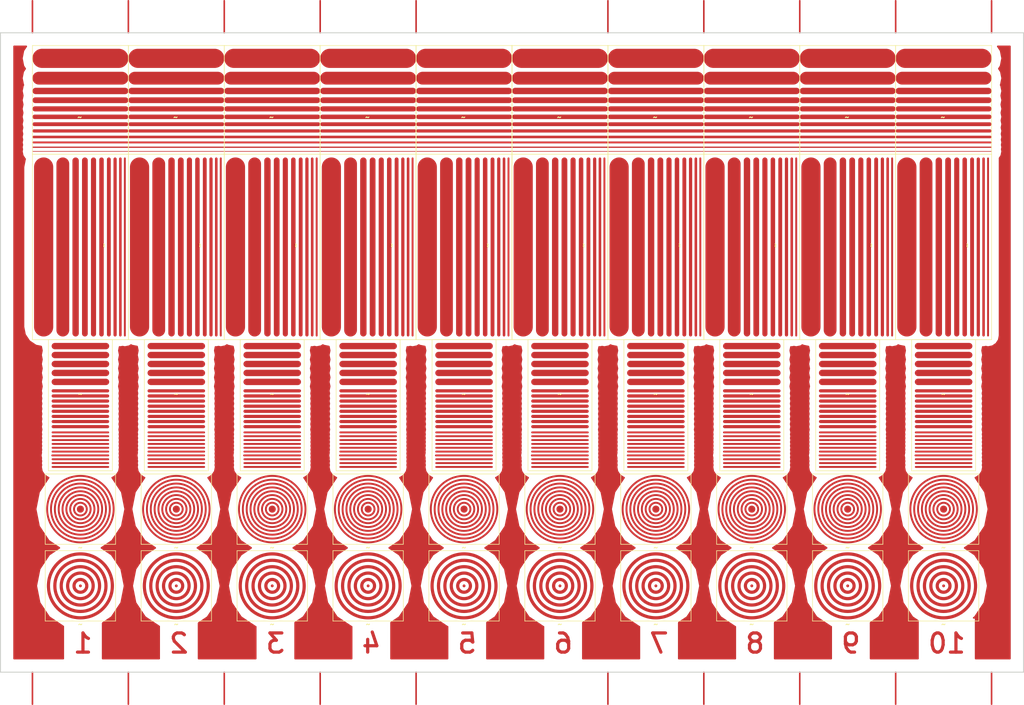
<source format=kicad_pcb>
(kicad_pcb (version 4) (host pcbnew 4.0.7)

  (general
    (links 0)
    (no_connects 0)
    (area 68.424999 49.949999 228.575001 160.050001)
    (thickness 1.6)
    (drawings 34)
    (tracks 20)
    (zones 0)
    (modules 50)
    (nets 1)
  )

  (page A4)
  (title_block
    (title "Measure PCB")
    (date 2017-11-24)
    (rev 2.0)
    (comment 1 "Measure the time for development and exposure")
  )

  (layers
    (0 F.Cu signal)
    (31 B.Cu signal)
    (32 B.Adhes user)
    (33 F.Adhes user)
    (34 B.Paste user)
    (35 F.Paste user)
    (36 B.SilkS user)
    (37 F.SilkS user)
    (38 B.Mask user)
    (39 F.Mask user)
    (40 Dwgs.User user)
    (41 Cmts.User user)
    (42 Eco1.User user)
    (43 Eco2.User user)
    (44 Edge.Cuts user)
    (45 Margin user)
    (46 B.CrtYd user)
    (47 F.CrtYd user)
    (48 B.Fab user)
    (49 F.Fab user)
  )

  (setup
    (last_trace_width 0.25)
    (trace_clearance 0.2)
    (zone_clearance 1.524)
    (zone_45_only no)
    (trace_min 0.2)
    (segment_width 0.1)
    (edge_width 0.15)
    (via_size 0.6)
    (via_drill 0.4)
    (via_min_size 0.4)
    (via_min_drill 0.3)
    (uvia_size 0.3)
    (uvia_drill 0.1)
    (uvias_allowed no)
    (uvia_min_size 0.2)
    (uvia_min_drill 0.1)
    (pcb_text_width 0.3)
    (pcb_text_size 1.5 1.5)
    (mod_edge_width 0.15)
    (mod_text_size 1 1)
    (mod_text_width 0.15)
    (pad_size 1.524 1.524)
    (pad_drill 0.762)
    (pad_to_mask_clearance 0.2)
    (aux_axis_origin 0 0)
    (grid_origin 68.5 55)
    (visible_elements 7FFFFFFF)
    (pcbplotparams
      (layerselection 0x00000_00000001)
      (usegerberextensions false)
      (excludeedgelayer true)
      (linewidth 0.020000)
      (plotframeref true)
      (viasonmask false)
      (mode 1)
      (useauxorigin false)
      (hpglpennumber 1)
      (hpglpenspeed 20)
      (hpglpendiameter 15)
      (hpglpenoverlay 2)
      (psnegative false)
      (psa4output false)
      (plotreference true)
      (plotvalue true)
      (plotinvisibletext false)
      (padsonsilk false)
      (subtractmaskfromsilk false)
      (outputformat 4)
      (mirror false)
      (drillshape 2)
      (scaleselection 1)
      (outputdirectory ../../))
  )

  (net 0 "")

  (net_class Default "This is the default net class."
    (clearance 0.2)
    (trace_width 0.25)
    (via_dia 0.6)
    (via_drill 0.4)
    (uvia_dia 0.3)
    (uvia_drill 0.1)
  )

  (module Tester:Circles1 (layer F.Cu) (tedit 5AE8F0D4) (tstamp 5AFA1E40)
    (at 81 141.5)
    (fp_text reference ~ (at 0 6) (layer F.SilkS)
      (effects (font (size 1 1) (thickness 0.15)))
    )
    (fp_text value ~ (at 0 -6.25) (layer F.Fab) hide
      (effects (font (size 1 1) (thickness 0.15)))
    )
    (fp_line (start 5.5 -5.5) (end 5.5 5.5) (layer F.SilkS) (width 0.1))
    (fp_circle (center 0 0) (end -1 0) (layer F.Cu) (width 0.5))
    (fp_circle (center 0 0) (end -2 0) (layer F.Cu) (width 0.5))
    (fp_circle (center 0 0) (end -4 0) (layer F.Cu) (width 0.5))
    (fp_circle (center 0 0) (end -3 0) (layer F.Cu) (width 0.5))
    (fp_circle (center 0 0) (end -5 0) (layer F.Cu) (width 0.5))
    (fp_line (start -5.5 -5.5) (end -5.5 5.5) (layer F.SilkS) (width 0.1))
    (fp_line (start -5.5 5.5) (end 5.5 5.5) (layer F.SilkS) (width 0.1))
    (fp_line (start -5.5 -5.5) (end 5.5 -5.5) (layer F.SilkS) (width 0.1))
  )

  (module Tester:Circles1 (layer F.Cu) (tedit 5AE8F0D4) (tstamp 5AFA1E34)
    (at 96 141.5)
    (fp_text reference ~ (at 0 6) (layer F.SilkS)
      (effects (font (size 1 1) (thickness 0.15)))
    )
    (fp_text value ~ (at 0 -6.25) (layer F.Fab) hide
      (effects (font (size 1 1) (thickness 0.15)))
    )
    (fp_line (start 5.5 -5.5) (end 5.5 5.5) (layer F.SilkS) (width 0.1))
    (fp_circle (center 0 0) (end -1 0) (layer F.Cu) (width 0.5))
    (fp_circle (center 0 0) (end -2 0) (layer F.Cu) (width 0.5))
    (fp_circle (center 0 0) (end -4 0) (layer F.Cu) (width 0.5))
    (fp_circle (center 0 0) (end -3 0) (layer F.Cu) (width 0.5))
    (fp_circle (center 0 0) (end -5 0) (layer F.Cu) (width 0.5))
    (fp_line (start -5.5 -5.5) (end -5.5 5.5) (layer F.SilkS) (width 0.1))
    (fp_line (start -5.5 5.5) (end 5.5 5.5) (layer F.SilkS) (width 0.1))
    (fp_line (start -5.5 -5.5) (end 5.5 -5.5) (layer F.SilkS) (width 0.1))
  )

  (module Tester:Circles1 (layer F.Cu) (tedit 5AE8F0D4) (tstamp 5AFA1E28)
    (at 111 141.5)
    (fp_text reference ~ (at 0 6) (layer F.SilkS)
      (effects (font (size 1 1) (thickness 0.15)))
    )
    (fp_text value ~ (at 0 -6.25) (layer F.Fab) hide
      (effects (font (size 1 1) (thickness 0.15)))
    )
    (fp_line (start 5.5 -5.5) (end 5.5 5.5) (layer F.SilkS) (width 0.1))
    (fp_circle (center 0 0) (end -1 0) (layer F.Cu) (width 0.5))
    (fp_circle (center 0 0) (end -2 0) (layer F.Cu) (width 0.5))
    (fp_circle (center 0 0) (end -4 0) (layer F.Cu) (width 0.5))
    (fp_circle (center 0 0) (end -3 0) (layer F.Cu) (width 0.5))
    (fp_circle (center 0 0) (end -5 0) (layer F.Cu) (width 0.5))
    (fp_line (start -5.5 -5.5) (end -5.5 5.5) (layer F.SilkS) (width 0.1))
    (fp_line (start -5.5 5.5) (end 5.5 5.5) (layer F.SilkS) (width 0.1))
    (fp_line (start -5.5 -5.5) (end 5.5 -5.5) (layer F.SilkS) (width 0.1))
  )

  (module Tester:Circles1 (layer F.Cu) (tedit 5AE8F0D4) (tstamp 5AFA1E1C)
    (at 126 141.5)
    (fp_text reference ~ (at 0 6) (layer F.SilkS)
      (effects (font (size 1 1) (thickness 0.15)))
    )
    (fp_text value ~ (at 0 -6.25) (layer F.Fab) hide
      (effects (font (size 1 1) (thickness 0.15)))
    )
    (fp_line (start 5.5 -5.5) (end 5.5 5.5) (layer F.SilkS) (width 0.1))
    (fp_circle (center 0 0) (end -1 0) (layer F.Cu) (width 0.5))
    (fp_circle (center 0 0) (end -2 0) (layer F.Cu) (width 0.5))
    (fp_circle (center 0 0) (end -4 0) (layer F.Cu) (width 0.5))
    (fp_circle (center 0 0) (end -3 0) (layer F.Cu) (width 0.5))
    (fp_circle (center 0 0) (end -5 0) (layer F.Cu) (width 0.5))
    (fp_line (start -5.5 -5.5) (end -5.5 5.5) (layer F.SilkS) (width 0.1))
    (fp_line (start -5.5 5.5) (end 5.5 5.5) (layer F.SilkS) (width 0.1))
    (fp_line (start -5.5 -5.5) (end 5.5 -5.5) (layer F.SilkS) (width 0.1))
  )

  (module Tester:Circles1 (layer F.Cu) (tedit 5AE8F0D4) (tstamp 5AFA1E10)
    (at 141 141.5)
    (fp_text reference ~ (at 0 6) (layer F.SilkS)
      (effects (font (size 1 1) (thickness 0.15)))
    )
    (fp_text value ~ (at 0 -6.25) (layer F.Fab) hide
      (effects (font (size 1 1) (thickness 0.15)))
    )
    (fp_line (start 5.5 -5.5) (end 5.5 5.5) (layer F.SilkS) (width 0.1))
    (fp_circle (center 0 0) (end -1 0) (layer F.Cu) (width 0.5))
    (fp_circle (center 0 0) (end -2 0) (layer F.Cu) (width 0.5))
    (fp_circle (center 0 0) (end -4 0) (layer F.Cu) (width 0.5))
    (fp_circle (center 0 0) (end -3 0) (layer F.Cu) (width 0.5))
    (fp_circle (center 0 0) (end -5 0) (layer F.Cu) (width 0.5))
    (fp_line (start -5.5 -5.5) (end -5.5 5.5) (layer F.SilkS) (width 0.1))
    (fp_line (start -5.5 5.5) (end 5.5 5.5) (layer F.SilkS) (width 0.1))
    (fp_line (start -5.5 -5.5) (end 5.5 -5.5) (layer F.SilkS) (width 0.1))
  )

  (module Tester:Circles1 (layer F.Cu) (tedit 5AE8F0D4) (tstamp 5AFA1D8F)
    (at 156 141.5)
    (fp_text reference ~ (at 0 6) (layer F.SilkS)
      (effects (font (size 1 1) (thickness 0.15)))
    )
    (fp_text value ~ (at 0 -6.25) (layer F.Fab) hide
      (effects (font (size 1 1) (thickness 0.15)))
    )
    (fp_line (start 5.5 -5.5) (end 5.5 5.5) (layer F.SilkS) (width 0.1))
    (fp_circle (center 0 0) (end -1 0) (layer F.Cu) (width 0.5))
    (fp_circle (center 0 0) (end -2 0) (layer F.Cu) (width 0.5))
    (fp_circle (center 0 0) (end -4 0) (layer F.Cu) (width 0.5))
    (fp_circle (center 0 0) (end -3 0) (layer F.Cu) (width 0.5))
    (fp_circle (center 0 0) (end -5 0) (layer F.Cu) (width 0.5))
    (fp_line (start -5.5 -5.5) (end -5.5 5.5) (layer F.SilkS) (width 0.1))
    (fp_line (start -5.5 5.5) (end 5.5 5.5) (layer F.SilkS) (width 0.1))
    (fp_line (start -5.5 -5.5) (end 5.5 -5.5) (layer F.SilkS) (width 0.1))
  )

  (module Tester:Circles1 (layer F.Cu) (tedit 5AE8F0D4) (tstamp 5AFA1D71)
    (at 171 141.5)
    (fp_text reference ~ (at 0 6) (layer F.SilkS)
      (effects (font (size 1 1) (thickness 0.15)))
    )
    (fp_text value ~ (at 0 -6.25) (layer F.Fab) hide
      (effects (font (size 1 1) (thickness 0.15)))
    )
    (fp_line (start 5.5 -5.5) (end 5.5 5.5) (layer F.SilkS) (width 0.1))
    (fp_circle (center 0 0) (end -1 0) (layer F.Cu) (width 0.5))
    (fp_circle (center 0 0) (end -2 0) (layer F.Cu) (width 0.5))
    (fp_circle (center 0 0) (end -4 0) (layer F.Cu) (width 0.5))
    (fp_circle (center 0 0) (end -3 0) (layer F.Cu) (width 0.5))
    (fp_circle (center 0 0) (end -5 0) (layer F.Cu) (width 0.5))
    (fp_line (start -5.5 -5.5) (end -5.5 5.5) (layer F.SilkS) (width 0.1))
    (fp_line (start -5.5 5.5) (end 5.5 5.5) (layer F.SilkS) (width 0.1))
    (fp_line (start -5.5 -5.5) (end 5.5 -5.5) (layer F.SilkS) (width 0.1))
  )

  (module Tester:Circles1 (layer F.Cu) (tedit 5AE8F0D4) (tstamp 5AFA1D43)
    (at 186 141.5)
    (fp_text reference ~ (at 0 6) (layer F.SilkS)
      (effects (font (size 1 1) (thickness 0.15)))
    )
    (fp_text value ~ (at 0 -6.25) (layer F.Fab) hide
      (effects (font (size 1 1) (thickness 0.15)))
    )
    (fp_line (start 5.5 -5.5) (end 5.5 5.5) (layer F.SilkS) (width 0.1))
    (fp_circle (center 0 0) (end -1 0) (layer F.Cu) (width 0.5))
    (fp_circle (center 0 0) (end -2 0) (layer F.Cu) (width 0.5))
    (fp_circle (center 0 0) (end -4 0) (layer F.Cu) (width 0.5))
    (fp_circle (center 0 0) (end -3 0) (layer F.Cu) (width 0.5))
    (fp_circle (center 0 0) (end -5 0) (layer F.Cu) (width 0.5))
    (fp_line (start -5.5 -5.5) (end -5.5 5.5) (layer F.SilkS) (width 0.1))
    (fp_line (start -5.5 5.5) (end 5.5 5.5) (layer F.SilkS) (width 0.1))
    (fp_line (start -5.5 -5.5) (end 5.5 -5.5) (layer F.SilkS) (width 0.1))
  )

  (module Tester:Circles1 (layer F.Cu) (tedit 5AE8F0D4) (tstamp 5AFA1D19)
    (at 201 141.5)
    (fp_text reference ~ (at 0 6) (layer F.SilkS)
      (effects (font (size 1 1) (thickness 0.15)))
    )
    (fp_text value ~ (at 0 -6.25) (layer F.Fab) hide
      (effects (font (size 1 1) (thickness 0.15)))
    )
    (fp_line (start 5.5 -5.5) (end 5.5 5.5) (layer F.SilkS) (width 0.1))
    (fp_circle (center 0 0) (end -1 0) (layer F.Cu) (width 0.5))
    (fp_circle (center 0 0) (end -2 0) (layer F.Cu) (width 0.5))
    (fp_circle (center 0 0) (end -4 0) (layer F.Cu) (width 0.5))
    (fp_circle (center 0 0) (end -3 0) (layer F.Cu) (width 0.5))
    (fp_circle (center 0 0) (end -5 0) (layer F.Cu) (width 0.5))
    (fp_line (start -5.5 -5.5) (end -5.5 5.5) (layer F.SilkS) (width 0.1))
    (fp_line (start -5.5 5.5) (end 5.5 5.5) (layer F.SilkS) (width 0.1))
    (fp_line (start -5.5 -5.5) (end 5.5 -5.5) (layer F.SilkS) (width 0.1))
  )

  (module Tester:Circles2 (layer F.Cu) (tedit 5AE8F043) (tstamp 5AFA1AEE)
    (at 81 129.5)
    (fp_text reference ~ (at 0 6) (layer F.SilkS)
      (effects (font (size 1 1) (thickness 0.15)))
    )
    (fp_text value ~ (at 0 -6.25) (layer F.Fab) hide
      (effects (font (size 1 1) (thickness 0.15)))
    )
    (fp_line (start 5.5 -5.5) (end -5.5 -5.5) (layer F.SilkS) (width 0.1))
    (fp_line (start 5.5 5.5) (end 5.5 -5.5) (layer F.SilkS) (width 0.1))
    (fp_line (start -5.5 5.5) (end 5.5 5.5) (layer F.SilkS) (width 0.1))
    (fp_line (start -5.5 -5.5) (end -5.5 5.5) (layer F.SilkS) (width 0.1))
    (fp_circle (center 0 0) (end -3.4 0) (layer F.Cu) (width 0.3))
    (fp_circle (center 0 0) (end -0.4 0) (layer F.Cu) (width 0.3))
    (fp_circle (center 0 0) (end -1.6 0) (layer F.Cu) (width 0.3))
    (fp_circle (center 0 0) (end -2.2 0) (layer F.Cu) (width 0.3))
    (fp_circle (center 0 0) (end -1 0) (layer F.Cu) (width 0.3))
    (fp_circle (center 0 0) (end -2.8 0) (layer F.Cu) (width 0.3))
    (fp_circle (center 0 0) (end -4 0) (layer F.Cu) (width 0.3))
    (fp_circle (center 0 0) (end -4.6 0) (layer F.Cu) (width 0.3))
    (fp_circle (center 0 0) (end -5.2 0) (layer F.Cu) (width 0.3))
  )

  (module Tester:Circles2 (layer F.Cu) (tedit 5AE8F043) (tstamp 5AFA1ADE)
    (at 96 129.5)
    (fp_text reference ~ (at 0 6) (layer F.SilkS)
      (effects (font (size 1 1) (thickness 0.15)))
    )
    (fp_text value ~ (at 0 -6.25) (layer F.Fab) hide
      (effects (font (size 1 1) (thickness 0.15)))
    )
    (fp_line (start 5.5 -5.5) (end -5.5 -5.5) (layer F.SilkS) (width 0.1))
    (fp_line (start 5.5 5.5) (end 5.5 -5.5) (layer F.SilkS) (width 0.1))
    (fp_line (start -5.5 5.5) (end 5.5 5.5) (layer F.SilkS) (width 0.1))
    (fp_line (start -5.5 -5.5) (end -5.5 5.5) (layer F.SilkS) (width 0.1))
    (fp_circle (center 0 0) (end -3.4 0) (layer F.Cu) (width 0.3))
    (fp_circle (center 0 0) (end -0.4 0) (layer F.Cu) (width 0.3))
    (fp_circle (center 0 0) (end -1.6 0) (layer F.Cu) (width 0.3))
    (fp_circle (center 0 0) (end -2.2 0) (layer F.Cu) (width 0.3))
    (fp_circle (center 0 0) (end -1 0) (layer F.Cu) (width 0.3))
    (fp_circle (center 0 0) (end -2.8 0) (layer F.Cu) (width 0.3))
    (fp_circle (center 0 0) (end -4 0) (layer F.Cu) (width 0.3))
    (fp_circle (center 0 0) (end -4.6 0) (layer F.Cu) (width 0.3))
    (fp_circle (center 0 0) (end -5.2 0) (layer F.Cu) (width 0.3))
  )

  (module Tester:Circles2 (layer F.Cu) (tedit 5AE8F043) (tstamp 5AFA1ACE)
    (at 111 129.5)
    (fp_text reference ~ (at 0 6) (layer F.SilkS)
      (effects (font (size 1 1) (thickness 0.15)))
    )
    (fp_text value ~ (at 0 -6.25) (layer F.Fab) hide
      (effects (font (size 1 1) (thickness 0.15)))
    )
    (fp_line (start 5.5 -5.5) (end -5.5 -5.5) (layer F.SilkS) (width 0.1))
    (fp_line (start 5.5 5.5) (end 5.5 -5.5) (layer F.SilkS) (width 0.1))
    (fp_line (start -5.5 5.5) (end 5.5 5.5) (layer F.SilkS) (width 0.1))
    (fp_line (start -5.5 -5.5) (end -5.5 5.5) (layer F.SilkS) (width 0.1))
    (fp_circle (center 0 0) (end -3.4 0) (layer F.Cu) (width 0.3))
    (fp_circle (center 0 0) (end -0.4 0) (layer F.Cu) (width 0.3))
    (fp_circle (center 0 0) (end -1.6 0) (layer F.Cu) (width 0.3))
    (fp_circle (center 0 0) (end -2.2 0) (layer F.Cu) (width 0.3))
    (fp_circle (center 0 0) (end -1 0) (layer F.Cu) (width 0.3))
    (fp_circle (center 0 0) (end -2.8 0) (layer F.Cu) (width 0.3))
    (fp_circle (center 0 0) (end -4 0) (layer F.Cu) (width 0.3))
    (fp_circle (center 0 0) (end -4.6 0) (layer F.Cu) (width 0.3))
    (fp_circle (center 0 0) (end -5.2 0) (layer F.Cu) (width 0.3))
  )

  (module Tester:Circles2 (layer F.Cu) (tedit 5AE8F043) (tstamp 5AFA1ABE)
    (at 126 129.5)
    (fp_text reference ~ (at 0 6) (layer F.SilkS)
      (effects (font (size 1 1) (thickness 0.15)))
    )
    (fp_text value ~ (at 0 -6.25) (layer F.Fab) hide
      (effects (font (size 1 1) (thickness 0.15)))
    )
    (fp_line (start 5.5 -5.5) (end -5.5 -5.5) (layer F.SilkS) (width 0.1))
    (fp_line (start 5.5 5.5) (end 5.5 -5.5) (layer F.SilkS) (width 0.1))
    (fp_line (start -5.5 5.5) (end 5.5 5.5) (layer F.SilkS) (width 0.1))
    (fp_line (start -5.5 -5.5) (end -5.5 5.5) (layer F.SilkS) (width 0.1))
    (fp_circle (center 0 0) (end -3.4 0) (layer F.Cu) (width 0.3))
    (fp_circle (center 0 0) (end -0.4 0) (layer F.Cu) (width 0.3))
    (fp_circle (center 0 0) (end -1.6 0) (layer F.Cu) (width 0.3))
    (fp_circle (center 0 0) (end -2.2 0) (layer F.Cu) (width 0.3))
    (fp_circle (center 0 0) (end -1 0) (layer F.Cu) (width 0.3))
    (fp_circle (center 0 0) (end -2.8 0) (layer F.Cu) (width 0.3))
    (fp_circle (center 0 0) (end -4 0) (layer F.Cu) (width 0.3))
    (fp_circle (center 0 0) (end -4.6 0) (layer F.Cu) (width 0.3))
    (fp_circle (center 0 0) (end -5.2 0) (layer F.Cu) (width 0.3))
  )

  (module Tester:Circles2 (layer F.Cu) (tedit 5AE8F043) (tstamp 5AFA1AAE)
    (at 141 129.5)
    (fp_text reference ~ (at 0 6) (layer F.SilkS)
      (effects (font (size 1 1) (thickness 0.15)))
    )
    (fp_text value ~ (at 0 -6.25) (layer F.Fab) hide
      (effects (font (size 1 1) (thickness 0.15)))
    )
    (fp_line (start 5.5 -5.5) (end -5.5 -5.5) (layer F.SilkS) (width 0.1))
    (fp_line (start 5.5 5.5) (end 5.5 -5.5) (layer F.SilkS) (width 0.1))
    (fp_line (start -5.5 5.5) (end 5.5 5.5) (layer F.SilkS) (width 0.1))
    (fp_line (start -5.5 -5.5) (end -5.5 5.5) (layer F.SilkS) (width 0.1))
    (fp_circle (center 0 0) (end -3.4 0) (layer F.Cu) (width 0.3))
    (fp_circle (center 0 0) (end -0.4 0) (layer F.Cu) (width 0.3))
    (fp_circle (center 0 0) (end -1.6 0) (layer F.Cu) (width 0.3))
    (fp_circle (center 0 0) (end -2.2 0) (layer F.Cu) (width 0.3))
    (fp_circle (center 0 0) (end -1 0) (layer F.Cu) (width 0.3))
    (fp_circle (center 0 0) (end -2.8 0) (layer F.Cu) (width 0.3))
    (fp_circle (center 0 0) (end -4 0) (layer F.Cu) (width 0.3))
    (fp_circle (center 0 0) (end -4.6 0) (layer F.Cu) (width 0.3))
    (fp_circle (center 0 0) (end -5.2 0) (layer F.Cu) (width 0.3))
  )

  (module Tester:Circles2 (layer F.Cu) (tedit 5AE8F043) (tstamp 5AFA1A9E)
    (at 156 129.5)
    (fp_text reference ~ (at 0 6) (layer F.SilkS)
      (effects (font (size 1 1) (thickness 0.15)))
    )
    (fp_text value ~ (at 0 -6.25) (layer F.Fab) hide
      (effects (font (size 1 1) (thickness 0.15)))
    )
    (fp_line (start 5.5 -5.5) (end -5.5 -5.5) (layer F.SilkS) (width 0.1))
    (fp_line (start 5.5 5.5) (end 5.5 -5.5) (layer F.SilkS) (width 0.1))
    (fp_line (start -5.5 5.5) (end 5.5 5.5) (layer F.SilkS) (width 0.1))
    (fp_line (start -5.5 -5.5) (end -5.5 5.5) (layer F.SilkS) (width 0.1))
    (fp_circle (center 0 0) (end -3.4 0) (layer F.Cu) (width 0.3))
    (fp_circle (center 0 0) (end -0.4 0) (layer F.Cu) (width 0.3))
    (fp_circle (center 0 0) (end -1.6 0) (layer F.Cu) (width 0.3))
    (fp_circle (center 0 0) (end -2.2 0) (layer F.Cu) (width 0.3))
    (fp_circle (center 0 0) (end -1 0) (layer F.Cu) (width 0.3))
    (fp_circle (center 0 0) (end -2.8 0) (layer F.Cu) (width 0.3))
    (fp_circle (center 0 0) (end -4 0) (layer F.Cu) (width 0.3))
    (fp_circle (center 0 0) (end -4.6 0) (layer F.Cu) (width 0.3))
    (fp_circle (center 0 0) (end -5.2 0) (layer F.Cu) (width 0.3))
  )

  (module Tester:Circles2 (layer F.Cu) (tedit 5AE8F043) (tstamp 5AFA1A8E)
    (at 171 129.5)
    (fp_text reference ~ (at 0 6) (layer F.SilkS)
      (effects (font (size 1 1) (thickness 0.15)))
    )
    (fp_text value ~ (at 0 -6.25) (layer F.Fab) hide
      (effects (font (size 1 1) (thickness 0.15)))
    )
    (fp_line (start 5.5 -5.5) (end -5.5 -5.5) (layer F.SilkS) (width 0.1))
    (fp_line (start 5.5 5.5) (end 5.5 -5.5) (layer F.SilkS) (width 0.1))
    (fp_line (start -5.5 5.5) (end 5.5 5.5) (layer F.SilkS) (width 0.1))
    (fp_line (start -5.5 -5.5) (end -5.5 5.5) (layer F.SilkS) (width 0.1))
    (fp_circle (center 0 0) (end -3.4 0) (layer F.Cu) (width 0.3))
    (fp_circle (center 0 0) (end -0.4 0) (layer F.Cu) (width 0.3))
    (fp_circle (center 0 0) (end -1.6 0) (layer F.Cu) (width 0.3))
    (fp_circle (center 0 0) (end -2.2 0) (layer F.Cu) (width 0.3))
    (fp_circle (center 0 0) (end -1 0) (layer F.Cu) (width 0.3))
    (fp_circle (center 0 0) (end -2.8 0) (layer F.Cu) (width 0.3))
    (fp_circle (center 0 0) (end -4 0) (layer F.Cu) (width 0.3))
    (fp_circle (center 0 0) (end -4.6 0) (layer F.Cu) (width 0.3))
    (fp_circle (center 0 0) (end -5.2 0) (layer F.Cu) (width 0.3))
  )

  (module Tester:Circles2 (layer F.Cu) (tedit 5AE8F043) (tstamp 5AFA1A7E)
    (at 186 129.5)
    (fp_text reference ~ (at 0 6) (layer F.SilkS)
      (effects (font (size 1 1) (thickness 0.15)))
    )
    (fp_text value ~ (at 0 -6.25) (layer F.Fab) hide
      (effects (font (size 1 1) (thickness 0.15)))
    )
    (fp_line (start 5.5 -5.5) (end -5.5 -5.5) (layer F.SilkS) (width 0.1))
    (fp_line (start 5.5 5.5) (end 5.5 -5.5) (layer F.SilkS) (width 0.1))
    (fp_line (start -5.5 5.5) (end 5.5 5.5) (layer F.SilkS) (width 0.1))
    (fp_line (start -5.5 -5.5) (end -5.5 5.5) (layer F.SilkS) (width 0.1))
    (fp_circle (center 0 0) (end -3.4 0) (layer F.Cu) (width 0.3))
    (fp_circle (center 0 0) (end -0.4 0) (layer F.Cu) (width 0.3))
    (fp_circle (center 0 0) (end -1.6 0) (layer F.Cu) (width 0.3))
    (fp_circle (center 0 0) (end -2.2 0) (layer F.Cu) (width 0.3))
    (fp_circle (center 0 0) (end -1 0) (layer F.Cu) (width 0.3))
    (fp_circle (center 0 0) (end -2.8 0) (layer F.Cu) (width 0.3))
    (fp_circle (center 0 0) (end -4 0) (layer F.Cu) (width 0.3))
    (fp_circle (center 0 0) (end -4.6 0) (layer F.Cu) (width 0.3))
    (fp_circle (center 0 0) (end -5.2 0) (layer F.Cu) (width 0.3))
  )

  (module Tester:Circles2 (layer F.Cu) (tedit 5AE8F043) (tstamp 5AFA1A6E)
    (at 201 129.5)
    (fp_text reference ~ (at 0 6) (layer F.SilkS)
      (effects (font (size 1 1) (thickness 0.15)))
    )
    (fp_text value ~ (at 0 -6.25) (layer F.Fab) hide
      (effects (font (size 1 1) (thickness 0.15)))
    )
    (fp_line (start 5.5 -5.5) (end -5.5 -5.5) (layer F.SilkS) (width 0.1))
    (fp_line (start 5.5 5.5) (end 5.5 -5.5) (layer F.SilkS) (width 0.1))
    (fp_line (start -5.5 5.5) (end 5.5 5.5) (layer F.SilkS) (width 0.1))
    (fp_line (start -5.5 -5.5) (end -5.5 5.5) (layer F.SilkS) (width 0.1))
    (fp_circle (center 0 0) (end -3.4 0) (layer F.Cu) (width 0.3))
    (fp_circle (center 0 0) (end -0.4 0) (layer F.Cu) (width 0.3))
    (fp_circle (center 0 0) (end -1.6 0) (layer F.Cu) (width 0.3))
    (fp_circle (center 0 0) (end -2.2 0) (layer F.Cu) (width 0.3))
    (fp_circle (center 0 0) (end -1 0) (layer F.Cu) (width 0.3))
    (fp_circle (center 0 0) (end -2.8 0) (layer F.Cu) (width 0.3))
    (fp_circle (center 0 0) (end -4 0) (layer F.Cu) (width 0.3))
    (fp_circle (center 0 0) (end -4.6 0) (layer F.Cu) (width 0.3))
    (fp_circle (center 0 0) (end -5.2 0) (layer F.Cu) (width 0.3))
  )

  (module Tester:Fence_Horizontal_Small (layer F.Cu) (tedit 5AE8EF6B) (tstamp 5AF18F12)
    (at 141 104)
    (fp_text reference ~ (at 0 7.5) (layer F.SilkS)
      (effects (font (size 1 1) (thickness 0.15)))
    )
    (fp_text value ~ (at 0 -2) (layer F.Fab) hide
      (effects (font (size 1 1) (thickness 0.15)))
    )
    (fp_line (start 5 -1) (end -5 -1) (layer F.SilkS) (width 0.1))
    (fp_line (start 5 19.5) (end 5 -1) (layer F.SilkS) (width 0.1))
    (fp_line (start -5 19.5) (end 5 19.5) (layer F.SilkS) (width 0.1))
    (fp_line (start -5 -1) (end -5 19.5) (layer F.SilkS) (width 0.1))
    (fp_line (start -4.35 14.7) (end 4.35 14.7) (layer F.Cu) (width 0.3))
    (fp_line (start -4.35 13.5) (end 4.35 13.5) (layer F.Cu) (width 0.3))
    (fp_line (start -4.35 14.1) (end 4.35 14.1) (layer F.Cu) (width 0.3))
    (fp_line (start -4.35 15.3) (end 4.35 15.3) (layer F.Cu) (width 0.3))
    (fp_line (start -4.35 15.9) (end 4.35 15.9) (layer F.Cu) (width 0.3))
    (fp_line (start -4.4 17.1) (end 4.35 17.1) (layer F.Cu) (width 0.3))
    (fp_line (start -4.35 16.5) (end 4.35 16.5) (layer F.Cu) (width 0.3))
    (fp_line (start -4.35 17.7) (end 4.35 17.7) (layer F.Cu) (width 0.3))
    (fp_line (start -4.35 18.3) (end 4.35 18.3) (layer F.Cu) (width 0.3))
    (fp_line (start -4 0) (end 4 0) (layer F.Cu) (width 1))
    (fp_line (start -4.25 7) (end 4.25 7) (layer F.Cu) (width 0.5))
    (fp_line (start -4.25 7.8) (end 4.25 7.8) (layer F.Cu) (width 0.5))
    (fp_line (start -4.25 8.6) (end 4.25 8.6) (layer F.Cu) (width 0.5))
    (fp_line (start -4.25 9.4) (end 4.25 9.4) (layer F.Cu) (width 0.5))
    (fp_line (start -4.25 10.2) (end 4.25 10.2) (layer F.Cu) (width 0.5))
    (fp_line (start -4.25 11) (end 4.25 11) (layer F.Cu) (width 0.5))
    (fp_line (start -4.25 11.8) (end 4.25 11.8) (layer F.Cu) (width 0.5))
    (fp_line (start -4 1.4) (end 4 1.4) (layer F.Cu) (width 1))
    (fp_line (start -4 2.8) (end 4 2.8) (layer F.Cu) (width 1))
    (fp_line (start -4 4.2) (end 4 4.2) (layer F.Cu) (width 1))
    (fp_line (start -4 5.6) (end 4 5.6) (layer F.Cu) (width 1))
    (fp_line (start -4.25 12.6) (end 4.25 12.6) (layer F.Cu) (width 0.5))
    (fp_line (start -4.35 18.9) (end 4.35 18.9) (layer F.Cu) (width 0.3))
  )

  (module Tester:Fence_Horizontal_Small (layer F.Cu) (tedit 5AE8EF6B) (tstamp 5AF18E5A)
    (at 81 104)
    (fp_text reference ~ (at 0 7.5) (layer F.SilkS)
      (effects (font (size 1 1) (thickness 0.15)))
    )
    (fp_text value ~ (at 0 -2) (layer F.Fab) hide
      (effects (font (size 1 1) (thickness 0.15)))
    )
    (fp_line (start 5 -1) (end -5 -1) (layer F.SilkS) (width 0.1))
    (fp_line (start 5 19.5) (end 5 -1) (layer F.SilkS) (width 0.1))
    (fp_line (start -5 19.5) (end 5 19.5) (layer F.SilkS) (width 0.1))
    (fp_line (start -5 -1) (end -5 19.5) (layer F.SilkS) (width 0.1))
    (fp_line (start -4.35 14.7) (end 4.35 14.7) (layer F.Cu) (width 0.3))
    (fp_line (start -4.35 13.5) (end 4.35 13.5) (layer F.Cu) (width 0.3))
    (fp_line (start -4.35 14.1) (end 4.35 14.1) (layer F.Cu) (width 0.3))
    (fp_line (start -4.35 15.3) (end 4.35 15.3) (layer F.Cu) (width 0.3))
    (fp_line (start -4.35 15.9) (end 4.35 15.9) (layer F.Cu) (width 0.3))
    (fp_line (start -4.4 17.1) (end 4.35 17.1) (layer F.Cu) (width 0.3))
    (fp_line (start -4.35 16.5) (end 4.35 16.5) (layer F.Cu) (width 0.3))
    (fp_line (start -4.35 17.7) (end 4.35 17.7) (layer F.Cu) (width 0.3))
    (fp_line (start -4.35 18.3) (end 4.35 18.3) (layer F.Cu) (width 0.3))
    (fp_line (start -4 0) (end 4 0) (layer F.Cu) (width 1))
    (fp_line (start -4.25 7) (end 4.25 7) (layer F.Cu) (width 0.5))
    (fp_line (start -4.25 7.8) (end 4.25 7.8) (layer F.Cu) (width 0.5))
    (fp_line (start -4.25 8.6) (end 4.25 8.6) (layer F.Cu) (width 0.5))
    (fp_line (start -4.25 9.4) (end 4.25 9.4) (layer F.Cu) (width 0.5))
    (fp_line (start -4.25 10.2) (end 4.25 10.2) (layer F.Cu) (width 0.5))
    (fp_line (start -4.25 11) (end 4.25 11) (layer F.Cu) (width 0.5))
    (fp_line (start -4.25 11.8) (end 4.25 11.8) (layer F.Cu) (width 0.5))
    (fp_line (start -4 1.4) (end 4 1.4) (layer F.Cu) (width 1))
    (fp_line (start -4 2.8) (end 4 2.8) (layer F.Cu) (width 1))
    (fp_line (start -4 4.2) (end 4 4.2) (layer F.Cu) (width 1))
    (fp_line (start -4 5.6) (end 4 5.6) (layer F.Cu) (width 1))
    (fp_line (start -4.25 12.6) (end 4.25 12.6) (layer F.Cu) (width 0.5))
    (fp_line (start -4.35 18.9) (end 4.35 18.9) (layer F.Cu) (width 0.3))
  )

  (module Tester:Fence_Horizontal_Small (layer F.Cu) (tedit 5AE8EF6B) (tstamp 5AF18E3C)
    (at 96 104)
    (fp_text reference ~ (at 0 7.5) (layer F.SilkS)
      (effects (font (size 1 1) (thickness 0.15)))
    )
    (fp_text value ~ (at 0 -2) (layer F.Fab) hide
      (effects (font (size 1 1) (thickness 0.15)))
    )
    (fp_line (start 5 -1) (end -5 -1) (layer F.SilkS) (width 0.1))
    (fp_line (start 5 19.5) (end 5 -1) (layer F.SilkS) (width 0.1))
    (fp_line (start -5 19.5) (end 5 19.5) (layer F.SilkS) (width 0.1))
    (fp_line (start -5 -1) (end -5 19.5) (layer F.SilkS) (width 0.1))
    (fp_line (start -4.35 14.7) (end 4.35 14.7) (layer F.Cu) (width 0.3))
    (fp_line (start -4.35 13.5) (end 4.35 13.5) (layer F.Cu) (width 0.3))
    (fp_line (start -4.35 14.1) (end 4.35 14.1) (layer F.Cu) (width 0.3))
    (fp_line (start -4.35 15.3) (end 4.35 15.3) (layer F.Cu) (width 0.3))
    (fp_line (start -4.35 15.9) (end 4.35 15.9) (layer F.Cu) (width 0.3))
    (fp_line (start -4.4 17.1) (end 4.35 17.1) (layer F.Cu) (width 0.3))
    (fp_line (start -4.35 16.5) (end 4.35 16.5) (layer F.Cu) (width 0.3))
    (fp_line (start -4.35 17.7) (end 4.35 17.7) (layer F.Cu) (width 0.3))
    (fp_line (start -4.35 18.3) (end 4.35 18.3) (layer F.Cu) (width 0.3))
    (fp_line (start -4 0) (end 4 0) (layer F.Cu) (width 1))
    (fp_line (start -4.25 7) (end 4.25 7) (layer F.Cu) (width 0.5))
    (fp_line (start -4.25 7.8) (end 4.25 7.8) (layer F.Cu) (width 0.5))
    (fp_line (start -4.25 8.6) (end 4.25 8.6) (layer F.Cu) (width 0.5))
    (fp_line (start -4.25 9.4) (end 4.25 9.4) (layer F.Cu) (width 0.5))
    (fp_line (start -4.25 10.2) (end 4.25 10.2) (layer F.Cu) (width 0.5))
    (fp_line (start -4.25 11) (end 4.25 11) (layer F.Cu) (width 0.5))
    (fp_line (start -4.25 11.8) (end 4.25 11.8) (layer F.Cu) (width 0.5))
    (fp_line (start -4 1.4) (end 4 1.4) (layer F.Cu) (width 1))
    (fp_line (start -4 2.8) (end 4 2.8) (layer F.Cu) (width 1))
    (fp_line (start -4 4.2) (end 4 4.2) (layer F.Cu) (width 1))
    (fp_line (start -4 5.6) (end 4 5.6) (layer F.Cu) (width 1))
    (fp_line (start -4.25 12.6) (end 4.25 12.6) (layer F.Cu) (width 0.5))
    (fp_line (start -4.35 18.9) (end 4.35 18.9) (layer F.Cu) (width 0.3))
  )

  (module Tester:Fence_Horizontal_Small (layer F.Cu) (tedit 5AE8EF6B) (tstamp 5AF18E1E)
    (at 111 104)
    (fp_text reference ~ (at 0 7.5) (layer F.SilkS)
      (effects (font (size 1 1) (thickness 0.15)))
    )
    (fp_text value ~ (at 0 -2) (layer F.Fab) hide
      (effects (font (size 1 1) (thickness 0.15)))
    )
    (fp_line (start 5 -1) (end -5 -1) (layer F.SilkS) (width 0.1))
    (fp_line (start 5 19.5) (end 5 -1) (layer F.SilkS) (width 0.1))
    (fp_line (start -5 19.5) (end 5 19.5) (layer F.SilkS) (width 0.1))
    (fp_line (start -5 -1) (end -5 19.5) (layer F.SilkS) (width 0.1))
    (fp_line (start -4.35 14.7) (end 4.35 14.7) (layer F.Cu) (width 0.3))
    (fp_line (start -4.35 13.5) (end 4.35 13.5) (layer F.Cu) (width 0.3))
    (fp_line (start -4.35 14.1) (end 4.35 14.1) (layer F.Cu) (width 0.3))
    (fp_line (start -4.35 15.3) (end 4.35 15.3) (layer F.Cu) (width 0.3))
    (fp_line (start -4.35 15.9) (end 4.35 15.9) (layer F.Cu) (width 0.3))
    (fp_line (start -4.4 17.1) (end 4.35 17.1) (layer F.Cu) (width 0.3))
    (fp_line (start -4.35 16.5) (end 4.35 16.5) (layer F.Cu) (width 0.3))
    (fp_line (start -4.35 17.7) (end 4.35 17.7) (layer F.Cu) (width 0.3))
    (fp_line (start -4.35 18.3) (end 4.35 18.3) (layer F.Cu) (width 0.3))
    (fp_line (start -4 0) (end 4 0) (layer F.Cu) (width 1))
    (fp_line (start -4.25 7) (end 4.25 7) (layer F.Cu) (width 0.5))
    (fp_line (start -4.25 7.8) (end 4.25 7.8) (layer F.Cu) (width 0.5))
    (fp_line (start -4.25 8.6) (end 4.25 8.6) (layer F.Cu) (width 0.5))
    (fp_line (start -4.25 9.4) (end 4.25 9.4) (layer F.Cu) (width 0.5))
    (fp_line (start -4.25 10.2) (end 4.25 10.2) (layer F.Cu) (width 0.5))
    (fp_line (start -4.25 11) (end 4.25 11) (layer F.Cu) (width 0.5))
    (fp_line (start -4.25 11.8) (end 4.25 11.8) (layer F.Cu) (width 0.5))
    (fp_line (start -4 1.4) (end 4 1.4) (layer F.Cu) (width 1))
    (fp_line (start -4 2.8) (end 4 2.8) (layer F.Cu) (width 1))
    (fp_line (start -4 4.2) (end 4 4.2) (layer F.Cu) (width 1))
    (fp_line (start -4 5.6) (end 4 5.6) (layer F.Cu) (width 1))
    (fp_line (start -4.25 12.6) (end 4.25 12.6) (layer F.Cu) (width 0.5))
    (fp_line (start -4.35 18.9) (end 4.35 18.9) (layer F.Cu) (width 0.3))
  )

  (module Tester:Fence_Horizontal_Small (layer F.Cu) (tedit 5AE8EF6B) (tstamp 5AF18E00)
    (at 126 104)
    (fp_text reference ~ (at 0 7.5) (layer F.SilkS)
      (effects (font (size 1 1) (thickness 0.15)))
    )
    (fp_text value ~ (at 0 -2) (layer F.Fab) hide
      (effects (font (size 1 1) (thickness 0.15)))
    )
    (fp_line (start 5 -1) (end -5 -1) (layer F.SilkS) (width 0.1))
    (fp_line (start 5 19.5) (end 5 -1) (layer F.SilkS) (width 0.1))
    (fp_line (start -5 19.5) (end 5 19.5) (layer F.SilkS) (width 0.1))
    (fp_line (start -5 -1) (end -5 19.5) (layer F.SilkS) (width 0.1))
    (fp_line (start -4.35 14.7) (end 4.35 14.7) (layer F.Cu) (width 0.3))
    (fp_line (start -4.35 13.5) (end 4.35 13.5) (layer F.Cu) (width 0.3))
    (fp_line (start -4.35 14.1) (end 4.35 14.1) (layer F.Cu) (width 0.3))
    (fp_line (start -4.35 15.3) (end 4.35 15.3) (layer F.Cu) (width 0.3))
    (fp_line (start -4.35 15.9) (end 4.35 15.9) (layer F.Cu) (width 0.3))
    (fp_line (start -4.4 17.1) (end 4.35 17.1) (layer F.Cu) (width 0.3))
    (fp_line (start -4.35 16.5) (end 4.35 16.5) (layer F.Cu) (width 0.3))
    (fp_line (start -4.35 17.7) (end 4.35 17.7) (layer F.Cu) (width 0.3))
    (fp_line (start -4.35 18.3) (end 4.35 18.3) (layer F.Cu) (width 0.3))
    (fp_line (start -4 0) (end 4 0) (layer F.Cu) (width 1))
    (fp_line (start -4.25 7) (end 4.25 7) (layer F.Cu) (width 0.5))
    (fp_line (start -4.25 7.8) (end 4.25 7.8) (layer F.Cu) (width 0.5))
    (fp_line (start -4.25 8.6) (end 4.25 8.6) (layer F.Cu) (width 0.5))
    (fp_line (start -4.25 9.4) (end 4.25 9.4) (layer F.Cu) (width 0.5))
    (fp_line (start -4.25 10.2) (end 4.25 10.2) (layer F.Cu) (width 0.5))
    (fp_line (start -4.25 11) (end 4.25 11) (layer F.Cu) (width 0.5))
    (fp_line (start -4.25 11.8) (end 4.25 11.8) (layer F.Cu) (width 0.5))
    (fp_line (start -4 1.4) (end 4 1.4) (layer F.Cu) (width 1))
    (fp_line (start -4 2.8) (end 4 2.8) (layer F.Cu) (width 1))
    (fp_line (start -4 4.2) (end 4 4.2) (layer F.Cu) (width 1))
    (fp_line (start -4 5.6) (end 4 5.6) (layer F.Cu) (width 1))
    (fp_line (start -4.25 12.6) (end 4.25 12.6) (layer F.Cu) (width 0.5))
    (fp_line (start -4.35 18.9) (end 4.35 18.9) (layer F.Cu) (width 0.3))
  )

  (module Tester:Fence_Horizontal_Small (layer F.Cu) (tedit 5AE8EF6B) (tstamp 5AF18DC4)
    (at 156 104)
    (fp_text reference ~ (at 0 7.5) (layer F.SilkS)
      (effects (font (size 1 1) (thickness 0.15)))
    )
    (fp_text value ~ (at 0 -2) (layer F.Fab) hide
      (effects (font (size 1 1) (thickness 0.15)))
    )
    (fp_line (start 5 -1) (end -5 -1) (layer F.SilkS) (width 0.1))
    (fp_line (start 5 19.5) (end 5 -1) (layer F.SilkS) (width 0.1))
    (fp_line (start -5 19.5) (end 5 19.5) (layer F.SilkS) (width 0.1))
    (fp_line (start -5 -1) (end -5 19.5) (layer F.SilkS) (width 0.1))
    (fp_line (start -4.35 14.7) (end 4.35 14.7) (layer F.Cu) (width 0.3))
    (fp_line (start -4.35 13.5) (end 4.35 13.5) (layer F.Cu) (width 0.3))
    (fp_line (start -4.35 14.1) (end 4.35 14.1) (layer F.Cu) (width 0.3))
    (fp_line (start -4.35 15.3) (end 4.35 15.3) (layer F.Cu) (width 0.3))
    (fp_line (start -4.35 15.9) (end 4.35 15.9) (layer F.Cu) (width 0.3))
    (fp_line (start -4.4 17.1) (end 4.35 17.1) (layer F.Cu) (width 0.3))
    (fp_line (start -4.35 16.5) (end 4.35 16.5) (layer F.Cu) (width 0.3))
    (fp_line (start -4.35 17.7) (end 4.35 17.7) (layer F.Cu) (width 0.3))
    (fp_line (start -4.35 18.3) (end 4.35 18.3) (layer F.Cu) (width 0.3))
    (fp_line (start -4 0) (end 4 0) (layer F.Cu) (width 1))
    (fp_line (start -4.25 7) (end 4.25 7) (layer F.Cu) (width 0.5))
    (fp_line (start -4.25 7.8) (end 4.25 7.8) (layer F.Cu) (width 0.5))
    (fp_line (start -4.25 8.6) (end 4.25 8.6) (layer F.Cu) (width 0.5))
    (fp_line (start -4.25 9.4) (end 4.25 9.4) (layer F.Cu) (width 0.5))
    (fp_line (start -4.25 10.2) (end 4.25 10.2) (layer F.Cu) (width 0.5))
    (fp_line (start -4.25 11) (end 4.25 11) (layer F.Cu) (width 0.5))
    (fp_line (start -4.25 11.8) (end 4.25 11.8) (layer F.Cu) (width 0.5))
    (fp_line (start -4 1.4) (end 4 1.4) (layer F.Cu) (width 1))
    (fp_line (start -4 2.8) (end 4 2.8) (layer F.Cu) (width 1))
    (fp_line (start -4 4.2) (end 4 4.2) (layer F.Cu) (width 1))
    (fp_line (start -4 5.6) (end 4 5.6) (layer F.Cu) (width 1))
    (fp_line (start -4.25 12.6) (end 4.25 12.6) (layer F.Cu) (width 0.5))
    (fp_line (start -4.35 18.9) (end 4.35 18.9) (layer F.Cu) (width 0.3))
  )

  (module Tester:Fence_Horizontal_Small (layer F.Cu) (tedit 5AE8EF6B) (tstamp 5AF18DA6)
    (at 171 104)
    (fp_text reference ~ (at 0 7.5) (layer F.SilkS)
      (effects (font (size 1 1) (thickness 0.15)))
    )
    (fp_text value ~ (at 0 -2) (layer F.Fab) hide
      (effects (font (size 1 1) (thickness 0.15)))
    )
    (fp_line (start 5 -1) (end -5 -1) (layer F.SilkS) (width 0.1))
    (fp_line (start 5 19.5) (end 5 -1) (layer F.SilkS) (width 0.1))
    (fp_line (start -5 19.5) (end 5 19.5) (layer F.SilkS) (width 0.1))
    (fp_line (start -5 -1) (end -5 19.5) (layer F.SilkS) (width 0.1))
    (fp_line (start -4.35 14.7) (end 4.35 14.7) (layer F.Cu) (width 0.3))
    (fp_line (start -4.35 13.5) (end 4.35 13.5) (layer F.Cu) (width 0.3))
    (fp_line (start -4.35 14.1) (end 4.35 14.1) (layer F.Cu) (width 0.3))
    (fp_line (start -4.35 15.3) (end 4.35 15.3) (layer F.Cu) (width 0.3))
    (fp_line (start -4.35 15.9) (end 4.35 15.9) (layer F.Cu) (width 0.3))
    (fp_line (start -4.4 17.1) (end 4.35 17.1) (layer F.Cu) (width 0.3))
    (fp_line (start -4.35 16.5) (end 4.35 16.5) (layer F.Cu) (width 0.3))
    (fp_line (start -4.35 17.7) (end 4.35 17.7) (layer F.Cu) (width 0.3))
    (fp_line (start -4.35 18.3) (end 4.35 18.3) (layer F.Cu) (width 0.3))
    (fp_line (start -4 0) (end 4 0) (layer F.Cu) (width 1))
    (fp_line (start -4.25 7) (end 4.25 7) (layer F.Cu) (width 0.5))
    (fp_line (start -4.25 7.8) (end 4.25 7.8) (layer F.Cu) (width 0.5))
    (fp_line (start -4.25 8.6) (end 4.25 8.6) (layer F.Cu) (width 0.5))
    (fp_line (start -4.25 9.4) (end 4.25 9.4) (layer F.Cu) (width 0.5))
    (fp_line (start -4.25 10.2) (end 4.25 10.2) (layer F.Cu) (width 0.5))
    (fp_line (start -4.25 11) (end 4.25 11) (layer F.Cu) (width 0.5))
    (fp_line (start -4.25 11.8) (end 4.25 11.8) (layer F.Cu) (width 0.5))
    (fp_line (start -4 1.4) (end 4 1.4) (layer F.Cu) (width 1))
    (fp_line (start -4 2.8) (end 4 2.8) (layer F.Cu) (width 1))
    (fp_line (start -4 4.2) (end 4 4.2) (layer F.Cu) (width 1))
    (fp_line (start -4 5.6) (end 4 5.6) (layer F.Cu) (width 1))
    (fp_line (start -4.25 12.6) (end 4.25 12.6) (layer F.Cu) (width 0.5))
    (fp_line (start -4.35 18.9) (end 4.35 18.9) (layer F.Cu) (width 0.3))
  )

  (module Tester:Fence_Horizontal_Small (layer F.Cu) (tedit 5AE8EF6B) (tstamp 5AF18D88)
    (at 186 104)
    (fp_text reference ~ (at 0 7.5) (layer F.SilkS)
      (effects (font (size 1 1) (thickness 0.15)))
    )
    (fp_text value ~ (at 0 -2) (layer F.Fab) hide
      (effects (font (size 1 1) (thickness 0.15)))
    )
    (fp_line (start 5 -1) (end -5 -1) (layer F.SilkS) (width 0.1))
    (fp_line (start 5 19.5) (end 5 -1) (layer F.SilkS) (width 0.1))
    (fp_line (start -5 19.5) (end 5 19.5) (layer F.SilkS) (width 0.1))
    (fp_line (start -5 -1) (end -5 19.5) (layer F.SilkS) (width 0.1))
    (fp_line (start -4.35 14.7) (end 4.35 14.7) (layer F.Cu) (width 0.3))
    (fp_line (start -4.35 13.5) (end 4.35 13.5) (layer F.Cu) (width 0.3))
    (fp_line (start -4.35 14.1) (end 4.35 14.1) (layer F.Cu) (width 0.3))
    (fp_line (start -4.35 15.3) (end 4.35 15.3) (layer F.Cu) (width 0.3))
    (fp_line (start -4.35 15.9) (end 4.35 15.9) (layer F.Cu) (width 0.3))
    (fp_line (start -4.4 17.1) (end 4.35 17.1) (layer F.Cu) (width 0.3))
    (fp_line (start -4.35 16.5) (end 4.35 16.5) (layer F.Cu) (width 0.3))
    (fp_line (start -4.35 17.7) (end 4.35 17.7) (layer F.Cu) (width 0.3))
    (fp_line (start -4.35 18.3) (end 4.35 18.3) (layer F.Cu) (width 0.3))
    (fp_line (start -4 0) (end 4 0) (layer F.Cu) (width 1))
    (fp_line (start -4.25 7) (end 4.25 7) (layer F.Cu) (width 0.5))
    (fp_line (start -4.25 7.8) (end 4.25 7.8) (layer F.Cu) (width 0.5))
    (fp_line (start -4.25 8.6) (end 4.25 8.6) (layer F.Cu) (width 0.5))
    (fp_line (start -4.25 9.4) (end 4.25 9.4) (layer F.Cu) (width 0.5))
    (fp_line (start -4.25 10.2) (end 4.25 10.2) (layer F.Cu) (width 0.5))
    (fp_line (start -4.25 11) (end 4.25 11) (layer F.Cu) (width 0.5))
    (fp_line (start -4.25 11.8) (end 4.25 11.8) (layer F.Cu) (width 0.5))
    (fp_line (start -4 1.4) (end 4 1.4) (layer F.Cu) (width 1))
    (fp_line (start -4 2.8) (end 4 2.8) (layer F.Cu) (width 1))
    (fp_line (start -4 4.2) (end 4 4.2) (layer F.Cu) (width 1))
    (fp_line (start -4 5.6) (end 4 5.6) (layer F.Cu) (width 1))
    (fp_line (start -4.25 12.6) (end 4.25 12.6) (layer F.Cu) (width 0.5))
    (fp_line (start -4.35 18.9) (end 4.35 18.9) (layer F.Cu) (width 0.3))
  )

  (module Tester:Fence_Horizontal_Small (layer F.Cu) (tedit 5AE8EF6B) (tstamp 5AF18D6A)
    (at 201 104)
    (fp_text reference ~ (at 0 7.5) (layer F.SilkS)
      (effects (font (size 1 1) (thickness 0.15)))
    )
    (fp_text value ~ (at 0 -2) (layer F.Fab) hide
      (effects (font (size 1 1) (thickness 0.15)))
    )
    (fp_line (start 5 -1) (end -5 -1) (layer F.SilkS) (width 0.1))
    (fp_line (start 5 19.5) (end 5 -1) (layer F.SilkS) (width 0.1))
    (fp_line (start -5 19.5) (end 5 19.5) (layer F.SilkS) (width 0.1))
    (fp_line (start -5 -1) (end -5 19.5) (layer F.SilkS) (width 0.1))
    (fp_line (start -4.35 14.7) (end 4.35 14.7) (layer F.Cu) (width 0.3))
    (fp_line (start -4.35 13.5) (end 4.35 13.5) (layer F.Cu) (width 0.3))
    (fp_line (start -4.35 14.1) (end 4.35 14.1) (layer F.Cu) (width 0.3))
    (fp_line (start -4.35 15.3) (end 4.35 15.3) (layer F.Cu) (width 0.3))
    (fp_line (start -4.35 15.9) (end 4.35 15.9) (layer F.Cu) (width 0.3))
    (fp_line (start -4.4 17.1) (end 4.35 17.1) (layer F.Cu) (width 0.3))
    (fp_line (start -4.35 16.5) (end 4.35 16.5) (layer F.Cu) (width 0.3))
    (fp_line (start -4.35 17.7) (end 4.35 17.7) (layer F.Cu) (width 0.3))
    (fp_line (start -4.35 18.3) (end 4.35 18.3) (layer F.Cu) (width 0.3))
    (fp_line (start -4 0) (end 4 0) (layer F.Cu) (width 1))
    (fp_line (start -4.25 7) (end 4.25 7) (layer F.Cu) (width 0.5))
    (fp_line (start -4.25 7.8) (end 4.25 7.8) (layer F.Cu) (width 0.5))
    (fp_line (start -4.25 8.6) (end 4.25 8.6) (layer F.Cu) (width 0.5))
    (fp_line (start -4.25 9.4) (end 4.25 9.4) (layer F.Cu) (width 0.5))
    (fp_line (start -4.25 10.2) (end 4.25 10.2) (layer F.Cu) (width 0.5))
    (fp_line (start -4.25 11) (end 4.25 11) (layer F.Cu) (width 0.5))
    (fp_line (start -4.25 11.8) (end 4.25 11.8) (layer F.Cu) (width 0.5))
    (fp_line (start -4 1.4) (end 4 1.4) (layer F.Cu) (width 1))
    (fp_line (start -4 2.8) (end 4 2.8) (layer F.Cu) (width 1))
    (fp_line (start -4 4.2) (end 4 4.2) (layer F.Cu) (width 1))
    (fp_line (start -4 5.6) (end 4 5.6) (layer F.Cu) (width 1))
    (fp_line (start -4.25 12.6) (end 4.25 12.6) (layer F.Cu) (width 0.5))
    (fp_line (start -4.35 18.9) (end 4.35 18.9) (layer F.Cu) (width 0.3))
  )

  (module Tester:Bars_Horizontal_Small (layer F.Cu) (tedit 5AE8E742) (tstamp 5AF1850B)
    (at 81 59)
    (fp_text reference ~ (at -0.1 9.2) (layer F.SilkS)
      (effects (font (size 1 1) (thickness 0.15)))
    )
    (fp_text value ~ (at -0.05 -3.5) (layer F.Fab) hide
      (effects (font (size 1 1) (thickness 0.15)))
    )
    (fp_line (start -7.5 15) (end 7.5 15) (layer F.SilkS) (width 0.1))
    (fp_line (start -7.5 -2) (end 7.5 -2) (layer F.SilkS) (width 0.1))
    (fp_line (start 7.5 -2) (end 7.5 15) (layer F.SilkS) (width 0.1))
    (fp_line (start -6 0) (end 6 0) (layer F.Cu) (width 3))
    (fp_line (start -6.5 3.1) (end 6.5 3.1) (layer F.Cu) (width 2))
    (fp_line (start -7 5.1) (end 7 5.1) (layer F.Cu) (width 1))
    (fp_line (start -7.05 6.55) (end 7.05 6.55) (layer F.Cu) (width 0.9))
    (fp_line (start -7.1 7.9) (end 7.1 7.9) (layer F.Cu) (width 0.8))
    (fp_line (start -7.15 9.15) (end 7.15 9.15) (layer F.Cu) (width 0.7))
    (fp_line (start -7.2 10.3) (end 7.2 10.3) (layer F.Cu) (width 0.6))
    (fp_line (start -7.25 11.35) (end 7.25 11.35) (layer F.Cu) (width 0.5))
    (fp_line (start -7.3 12.3) (end 7.3 12.3) (layer F.Cu) (width 0.4))
    (fp_line (start -7.4 13.9) (end 7.4 13.9) (layer F.Cu) (width 0.2))
    (fp_line (start -7.35 13.15) (end 7.35 13.15) (layer F.Cu) (width 0.3))
    (fp_line (start -7.45 14.55) (end 7.45 14.55) (layer F.Cu) (width 0.1))
    (fp_line (start -7.5 -2) (end -7.5 15) (layer F.SilkS) (width 0.1))
  )

  (module Tester:Bars_Horizontal_Small (layer F.Cu) (tedit 5AE8E742) (tstamp 5AF184F8)
    (at 96 59)
    (fp_text reference ~ (at -0.1 9.2) (layer F.SilkS)
      (effects (font (size 1 1) (thickness 0.15)))
    )
    (fp_text value ~ (at -0.05 -3.5) (layer F.Fab) hide
      (effects (font (size 1 1) (thickness 0.15)))
    )
    (fp_line (start -7.5 15) (end 7.5 15) (layer F.SilkS) (width 0.1))
    (fp_line (start -7.5 -2) (end 7.5 -2) (layer F.SilkS) (width 0.1))
    (fp_line (start 7.5 -2) (end 7.5 15) (layer F.SilkS) (width 0.1))
    (fp_line (start -6 0) (end 6 0) (layer F.Cu) (width 3))
    (fp_line (start -6.5 3.1) (end 6.5 3.1) (layer F.Cu) (width 2))
    (fp_line (start -7 5.1) (end 7 5.1) (layer F.Cu) (width 1))
    (fp_line (start -7.05 6.55) (end 7.05 6.55) (layer F.Cu) (width 0.9))
    (fp_line (start -7.1 7.9) (end 7.1 7.9) (layer F.Cu) (width 0.8))
    (fp_line (start -7.15 9.15) (end 7.15 9.15) (layer F.Cu) (width 0.7))
    (fp_line (start -7.2 10.3) (end 7.2 10.3) (layer F.Cu) (width 0.6))
    (fp_line (start -7.25 11.35) (end 7.25 11.35) (layer F.Cu) (width 0.5))
    (fp_line (start -7.3 12.3) (end 7.3 12.3) (layer F.Cu) (width 0.4))
    (fp_line (start -7.4 13.9) (end 7.4 13.9) (layer F.Cu) (width 0.2))
    (fp_line (start -7.35 13.15) (end 7.35 13.15) (layer F.Cu) (width 0.3))
    (fp_line (start -7.45 14.55) (end 7.45 14.55) (layer F.Cu) (width 0.1))
    (fp_line (start -7.5 -2) (end -7.5 15) (layer F.SilkS) (width 0.1))
  )

  (module Tester:Bars_Horizontal_Small (layer F.Cu) (tedit 5AE8E742) (tstamp 5AF184E5)
    (at 111 59)
    (fp_text reference ~ (at -0.1 9.2) (layer F.SilkS)
      (effects (font (size 1 1) (thickness 0.15)))
    )
    (fp_text value ~ (at -0.05 -3.5) (layer F.Fab) hide
      (effects (font (size 1 1) (thickness 0.15)))
    )
    (fp_line (start -7.5 15) (end 7.5 15) (layer F.SilkS) (width 0.1))
    (fp_line (start -7.5 -2) (end 7.5 -2) (layer F.SilkS) (width 0.1))
    (fp_line (start 7.5 -2) (end 7.5 15) (layer F.SilkS) (width 0.1))
    (fp_line (start -6 0) (end 6 0) (layer F.Cu) (width 3))
    (fp_line (start -6.5 3.1) (end 6.5 3.1) (layer F.Cu) (width 2))
    (fp_line (start -7 5.1) (end 7 5.1) (layer F.Cu) (width 1))
    (fp_line (start -7.05 6.55) (end 7.05 6.55) (layer F.Cu) (width 0.9))
    (fp_line (start -7.1 7.9) (end 7.1 7.9) (layer F.Cu) (width 0.8))
    (fp_line (start -7.15 9.15) (end 7.15 9.15) (layer F.Cu) (width 0.7))
    (fp_line (start -7.2 10.3) (end 7.2 10.3) (layer F.Cu) (width 0.6))
    (fp_line (start -7.25 11.35) (end 7.25 11.35) (layer F.Cu) (width 0.5))
    (fp_line (start -7.3 12.3) (end 7.3 12.3) (layer F.Cu) (width 0.4))
    (fp_line (start -7.4 13.9) (end 7.4 13.9) (layer F.Cu) (width 0.2))
    (fp_line (start -7.35 13.15) (end 7.35 13.15) (layer F.Cu) (width 0.3))
    (fp_line (start -7.45 14.55) (end 7.45 14.55) (layer F.Cu) (width 0.1))
    (fp_line (start -7.5 -2) (end -7.5 15) (layer F.SilkS) (width 0.1))
  )

  (module Tester:Bars_Horizontal_Small (layer F.Cu) (tedit 5AE8E742) (tstamp 5AF184D2)
    (at 126 59)
    (fp_text reference ~ (at -0.1 9.2) (layer F.SilkS)
      (effects (font (size 1 1) (thickness 0.15)))
    )
    (fp_text value ~ (at -0.05 -3.5) (layer F.Fab) hide
      (effects (font (size 1 1) (thickness 0.15)))
    )
    (fp_line (start -7.5 15) (end 7.5 15) (layer F.SilkS) (width 0.1))
    (fp_line (start -7.5 -2) (end 7.5 -2) (layer F.SilkS) (width 0.1))
    (fp_line (start 7.5 -2) (end 7.5 15) (layer F.SilkS) (width 0.1))
    (fp_line (start -6 0) (end 6 0) (layer F.Cu) (width 3))
    (fp_line (start -6.5 3.1) (end 6.5 3.1) (layer F.Cu) (width 2))
    (fp_line (start -7 5.1) (end 7 5.1) (layer F.Cu) (width 1))
    (fp_line (start -7.05 6.55) (end 7.05 6.55) (layer F.Cu) (width 0.9))
    (fp_line (start -7.1 7.9) (end 7.1 7.9) (layer F.Cu) (width 0.8))
    (fp_line (start -7.15 9.15) (end 7.15 9.15) (layer F.Cu) (width 0.7))
    (fp_line (start -7.2 10.3) (end 7.2 10.3) (layer F.Cu) (width 0.6))
    (fp_line (start -7.25 11.35) (end 7.25 11.35) (layer F.Cu) (width 0.5))
    (fp_line (start -7.3 12.3) (end 7.3 12.3) (layer F.Cu) (width 0.4))
    (fp_line (start -7.4 13.9) (end 7.4 13.9) (layer F.Cu) (width 0.2))
    (fp_line (start -7.35 13.15) (end 7.35 13.15) (layer F.Cu) (width 0.3))
    (fp_line (start -7.45 14.55) (end 7.45 14.55) (layer F.Cu) (width 0.1))
    (fp_line (start -7.5 -2) (end -7.5 15) (layer F.SilkS) (width 0.1))
  )

  (module Tester:Bars_Horizontal_Small (layer F.Cu) (tedit 5AE8E742) (tstamp 5AF184BF)
    (at 141 59)
    (fp_text reference ~ (at -0.1 9.2) (layer F.SilkS)
      (effects (font (size 1 1) (thickness 0.15)))
    )
    (fp_text value ~ (at -0.05 -3.5) (layer F.Fab) hide
      (effects (font (size 1 1) (thickness 0.15)))
    )
    (fp_line (start -7.5 15) (end 7.5 15) (layer F.SilkS) (width 0.1))
    (fp_line (start -7.5 -2) (end 7.5 -2) (layer F.SilkS) (width 0.1))
    (fp_line (start 7.5 -2) (end 7.5 15) (layer F.SilkS) (width 0.1))
    (fp_line (start -6 0) (end 6 0) (layer F.Cu) (width 3))
    (fp_line (start -6.5 3.1) (end 6.5 3.1) (layer F.Cu) (width 2))
    (fp_line (start -7 5.1) (end 7 5.1) (layer F.Cu) (width 1))
    (fp_line (start -7.05 6.55) (end 7.05 6.55) (layer F.Cu) (width 0.9))
    (fp_line (start -7.1 7.9) (end 7.1 7.9) (layer F.Cu) (width 0.8))
    (fp_line (start -7.15 9.15) (end 7.15 9.15) (layer F.Cu) (width 0.7))
    (fp_line (start -7.2 10.3) (end 7.2 10.3) (layer F.Cu) (width 0.6))
    (fp_line (start -7.25 11.35) (end 7.25 11.35) (layer F.Cu) (width 0.5))
    (fp_line (start -7.3 12.3) (end 7.3 12.3) (layer F.Cu) (width 0.4))
    (fp_line (start -7.4 13.9) (end 7.4 13.9) (layer F.Cu) (width 0.2))
    (fp_line (start -7.35 13.15) (end 7.35 13.15) (layer F.Cu) (width 0.3))
    (fp_line (start -7.45 14.55) (end 7.45 14.55) (layer F.Cu) (width 0.1))
    (fp_line (start -7.5 -2) (end -7.5 15) (layer F.SilkS) (width 0.1))
  )

  (module Tester:Bars_Horizontal_Small (layer F.Cu) (tedit 5AE8E742) (tstamp 5AF184AC)
    (at 156 59)
    (fp_text reference ~ (at -0.1 9.2) (layer F.SilkS)
      (effects (font (size 1 1) (thickness 0.15)))
    )
    (fp_text value ~ (at -0.05 -3.5) (layer F.Fab) hide
      (effects (font (size 1 1) (thickness 0.15)))
    )
    (fp_line (start -7.5 15) (end 7.5 15) (layer F.SilkS) (width 0.1))
    (fp_line (start -7.5 -2) (end 7.5 -2) (layer F.SilkS) (width 0.1))
    (fp_line (start 7.5 -2) (end 7.5 15) (layer F.SilkS) (width 0.1))
    (fp_line (start -6 0) (end 6 0) (layer F.Cu) (width 3))
    (fp_line (start -6.5 3.1) (end 6.5 3.1) (layer F.Cu) (width 2))
    (fp_line (start -7 5.1) (end 7 5.1) (layer F.Cu) (width 1))
    (fp_line (start -7.05 6.55) (end 7.05 6.55) (layer F.Cu) (width 0.9))
    (fp_line (start -7.1 7.9) (end 7.1 7.9) (layer F.Cu) (width 0.8))
    (fp_line (start -7.15 9.15) (end 7.15 9.15) (layer F.Cu) (width 0.7))
    (fp_line (start -7.2 10.3) (end 7.2 10.3) (layer F.Cu) (width 0.6))
    (fp_line (start -7.25 11.35) (end 7.25 11.35) (layer F.Cu) (width 0.5))
    (fp_line (start -7.3 12.3) (end 7.3 12.3) (layer F.Cu) (width 0.4))
    (fp_line (start -7.4 13.9) (end 7.4 13.9) (layer F.Cu) (width 0.2))
    (fp_line (start -7.35 13.15) (end 7.35 13.15) (layer F.Cu) (width 0.3))
    (fp_line (start -7.45 14.55) (end 7.45 14.55) (layer F.Cu) (width 0.1))
    (fp_line (start -7.5 -2) (end -7.5 15) (layer F.SilkS) (width 0.1))
  )

  (module Tester:Bars_Horizontal_Small (layer F.Cu) (tedit 5AE8E742) (tstamp 5AF18499)
    (at 171 59)
    (fp_text reference ~ (at -0.1 9.2) (layer F.SilkS)
      (effects (font (size 1 1) (thickness 0.15)))
    )
    (fp_text value ~ (at -0.05 -3.5) (layer F.Fab) hide
      (effects (font (size 1 1) (thickness 0.15)))
    )
    (fp_line (start -7.5 15) (end 7.5 15) (layer F.SilkS) (width 0.1))
    (fp_line (start -7.5 -2) (end 7.5 -2) (layer F.SilkS) (width 0.1))
    (fp_line (start 7.5 -2) (end 7.5 15) (layer F.SilkS) (width 0.1))
    (fp_line (start -6 0) (end 6 0) (layer F.Cu) (width 3))
    (fp_line (start -6.5 3.1) (end 6.5 3.1) (layer F.Cu) (width 2))
    (fp_line (start -7 5.1) (end 7 5.1) (layer F.Cu) (width 1))
    (fp_line (start -7.05 6.55) (end 7.05 6.55) (layer F.Cu) (width 0.9))
    (fp_line (start -7.1 7.9) (end 7.1 7.9) (layer F.Cu) (width 0.8))
    (fp_line (start -7.15 9.15) (end 7.15 9.15) (layer F.Cu) (width 0.7))
    (fp_line (start -7.2 10.3) (end 7.2 10.3) (layer F.Cu) (width 0.6))
    (fp_line (start -7.25 11.35) (end 7.25 11.35) (layer F.Cu) (width 0.5))
    (fp_line (start -7.3 12.3) (end 7.3 12.3) (layer F.Cu) (width 0.4))
    (fp_line (start -7.4 13.9) (end 7.4 13.9) (layer F.Cu) (width 0.2))
    (fp_line (start -7.35 13.15) (end 7.35 13.15) (layer F.Cu) (width 0.3))
    (fp_line (start -7.45 14.55) (end 7.45 14.55) (layer F.Cu) (width 0.1))
    (fp_line (start -7.5 -2) (end -7.5 15) (layer F.SilkS) (width 0.1))
  )

  (module Tester:Bars_Horizontal_Small (layer F.Cu) (tedit 5AE8E742) (tstamp 5AF18486)
    (at 186 59)
    (fp_text reference ~ (at -0.1 9.2) (layer F.SilkS)
      (effects (font (size 1 1) (thickness 0.15)))
    )
    (fp_text value ~ (at -0.05 -3.5) (layer F.Fab) hide
      (effects (font (size 1 1) (thickness 0.15)))
    )
    (fp_line (start -7.5 15) (end 7.5 15) (layer F.SilkS) (width 0.1))
    (fp_line (start -7.5 -2) (end 7.5 -2) (layer F.SilkS) (width 0.1))
    (fp_line (start 7.5 -2) (end 7.5 15) (layer F.SilkS) (width 0.1))
    (fp_line (start -6 0) (end 6 0) (layer F.Cu) (width 3))
    (fp_line (start -6.5 3.1) (end 6.5 3.1) (layer F.Cu) (width 2))
    (fp_line (start -7 5.1) (end 7 5.1) (layer F.Cu) (width 1))
    (fp_line (start -7.05 6.55) (end 7.05 6.55) (layer F.Cu) (width 0.9))
    (fp_line (start -7.1 7.9) (end 7.1 7.9) (layer F.Cu) (width 0.8))
    (fp_line (start -7.15 9.15) (end 7.15 9.15) (layer F.Cu) (width 0.7))
    (fp_line (start -7.2 10.3) (end 7.2 10.3) (layer F.Cu) (width 0.6))
    (fp_line (start -7.25 11.35) (end 7.25 11.35) (layer F.Cu) (width 0.5))
    (fp_line (start -7.3 12.3) (end 7.3 12.3) (layer F.Cu) (width 0.4))
    (fp_line (start -7.4 13.9) (end 7.4 13.9) (layer F.Cu) (width 0.2))
    (fp_line (start -7.35 13.15) (end 7.35 13.15) (layer F.Cu) (width 0.3))
    (fp_line (start -7.45 14.55) (end 7.45 14.55) (layer F.Cu) (width 0.1))
    (fp_line (start -7.5 -2) (end -7.5 15) (layer F.SilkS) (width 0.1))
  )

  (module Tester:Bars_Horizontal_Small (layer F.Cu) (tedit 5AE8E742) (tstamp 5AF18473)
    (at 201 59)
    (fp_text reference ~ (at -0.1 9.2) (layer F.SilkS)
      (effects (font (size 1 1) (thickness 0.15)))
    )
    (fp_text value ~ (at -0.05 -3.5) (layer F.Fab) hide
      (effects (font (size 1 1) (thickness 0.15)))
    )
    (fp_line (start -7.5 15) (end 7.5 15) (layer F.SilkS) (width 0.1))
    (fp_line (start -7.5 -2) (end 7.5 -2) (layer F.SilkS) (width 0.1))
    (fp_line (start 7.5 -2) (end 7.5 15) (layer F.SilkS) (width 0.1))
    (fp_line (start -6 0) (end 6 0) (layer F.Cu) (width 3))
    (fp_line (start -6.5 3.1) (end 6.5 3.1) (layer F.Cu) (width 2))
    (fp_line (start -7 5.1) (end 7 5.1) (layer F.Cu) (width 1))
    (fp_line (start -7.05 6.55) (end 7.05 6.55) (layer F.Cu) (width 0.9))
    (fp_line (start -7.1 7.9) (end 7.1 7.9) (layer F.Cu) (width 0.8))
    (fp_line (start -7.15 9.15) (end 7.15 9.15) (layer F.Cu) (width 0.7))
    (fp_line (start -7.2 10.3) (end 7.2 10.3) (layer F.Cu) (width 0.6))
    (fp_line (start -7.25 11.35) (end 7.25 11.35) (layer F.Cu) (width 0.5))
    (fp_line (start -7.3 12.3) (end 7.3 12.3) (layer F.Cu) (width 0.4))
    (fp_line (start -7.4 13.9) (end 7.4 13.9) (layer F.Cu) (width 0.2))
    (fp_line (start -7.35 13.15) (end 7.35 13.15) (layer F.Cu) (width 0.3))
    (fp_line (start -7.45 14.55) (end 7.45 14.55) (layer F.Cu) (width 0.1))
    (fp_line (start -7.5 -2) (end -7.5 15) (layer F.SilkS) (width 0.1))
  )

  (module Tester:Bars_Horizontal_Small (layer F.Cu) (tedit 5AE8E742) (tstamp 5AF18471)
    (at 216 59)
    (fp_text reference ~ (at -0.1 9.2) (layer F.SilkS)
      (effects (font (size 1 1) (thickness 0.15)))
    )
    (fp_text value ~ (at -0.05 -3.5) (layer F.Fab) hide
      (effects (font (size 1 1) (thickness 0.15)))
    )
    (fp_line (start -7.5 15) (end 7.5 15) (layer F.SilkS) (width 0.1))
    (fp_line (start -7.5 -2) (end 7.5 -2) (layer F.SilkS) (width 0.1))
    (fp_line (start 7.5 -2) (end 7.5 15) (layer F.SilkS) (width 0.1))
    (fp_line (start -6 0) (end 6 0) (layer F.Cu) (width 3))
    (fp_line (start -6.5 3.1) (end 6.5 3.1) (layer F.Cu) (width 2))
    (fp_line (start -7 5.1) (end 7 5.1) (layer F.Cu) (width 1))
    (fp_line (start -7.05 6.55) (end 7.05 6.55) (layer F.Cu) (width 0.9))
    (fp_line (start -7.1 7.9) (end 7.1 7.9) (layer F.Cu) (width 0.8))
    (fp_line (start -7.15 9.15) (end 7.15 9.15) (layer F.Cu) (width 0.7))
    (fp_line (start -7.2 10.3) (end 7.2 10.3) (layer F.Cu) (width 0.6))
    (fp_line (start -7.25 11.35) (end 7.25 11.35) (layer F.Cu) (width 0.5))
    (fp_line (start -7.3 12.3) (end 7.3 12.3) (layer F.Cu) (width 0.4))
    (fp_line (start -7.4 13.9) (end 7.4 13.9) (layer F.Cu) (width 0.2))
    (fp_line (start -7.35 13.15) (end 7.35 13.15) (layer F.Cu) (width 0.3))
    (fp_line (start -7.45 14.55) (end 7.45 14.55) (layer F.Cu) (width 0.1))
    (fp_line (start -7.5 -2) (end -7.5 15) (layer F.SilkS) (width 0.1))
  )

  (module Tester:Bars_Vertical_Small (layer F.Cu) (tedit 5AE8EEF6) (tstamp 5AF18997)
    (at 208.5 76)
    (fp_text reference ~ (at 11.179947 12.236039 90) (layer F.SilkS)
      (effects (font (size 1 1) (thickness 0.15)))
    )
    (fp_text value ~ (at 8.75 -3.5) (layer F.Fab) hide
      (effects (font (size 1 1) (thickness 0.15)))
    )
    (fp_line (start 0 -2) (end 0 27) (layer F.SilkS) (width 0.1))
    (fp_line (start 1.75 25) (end 1.75 0) (layer F.Cu) (width 3))
    (fp_line (start 4.75 25.5) (end 4.75 -0.5) (layer F.Cu) (width 2))
    (fp_line (start 6.75 26) (end 6.75 -1) (layer F.Cu) (width 1))
    (fp_line (start 8.2 26.05) (end 8.2 -1.05) (layer F.Cu) (width 0.9))
    (fp_line (start 9.55 26.1) (end 9.55 -1.1) (layer F.Cu) (width 0.8))
    (fp_line (start 10.8 26.15) (end 10.8 -1.15) (layer F.Cu) (width 0.7))
    (fp_line (start 11.95 26.2) (end 11.95 -1.2) (layer F.Cu) (width 0.6))
    (fp_line (start 12.925 26.25) (end 12.925 -1.25) (layer F.Cu) (width 0.5))
    (fp_line (start 13.75 26.3) (end 13.75 -1.3) (layer F.Cu) (width 0.4))
    (fp_line (start 14.45 26.35) (end 14.45 -1.35) (layer F.Cu) (width 0.3))
    (fp_line (start 15 27) (end 0 27) (layer F.SilkS) (width 0.1))
    (fp_line (start 15 -2) (end 15 27) (layer F.SilkS) (width 0.1))
    (fp_line (start 0 -2) (end 15 -2) (layer F.SilkS) (width 0.1))
  )

  (module Tester:Bars_Vertical_Small (layer F.Cu) (tedit 5AE8EEF6) (tstamp 5AF18A7A)
    (at 193.5 76)
    (fp_text reference ~ (at 11.179947 12.236039 90) (layer F.SilkS)
      (effects (font (size 1 1) (thickness 0.15)))
    )
    (fp_text value ~ (at 8.75 -3.5) (layer F.Fab) hide
      (effects (font (size 1 1) (thickness 0.15)))
    )
    (fp_line (start 0 -2) (end 0 27) (layer F.SilkS) (width 0.1))
    (fp_line (start 1.75 25) (end 1.75 0) (layer F.Cu) (width 3))
    (fp_line (start 4.75 25.5) (end 4.75 -0.5) (layer F.Cu) (width 2))
    (fp_line (start 6.75 26) (end 6.75 -1) (layer F.Cu) (width 1))
    (fp_line (start 8.2 26.05) (end 8.2 -1.05) (layer F.Cu) (width 0.9))
    (fp_line (start 9.55 26.1) (end 9.55 -1.1) (layer F.Cu) (width 0.8))
    (fp_line (start 10.8 26.15) (end 10.8 -1.15) (layer F.Cu) (width 0.7))
    (fp_line (start 11.95 26.2) (end 11.95 -1.2) (layer F.Cu) (width 0.6))
    (fp_line (start 12.925 26.25) (end 12.925 -1.25) (layer F.Cu) (width 0.5))
    (fp_line (start 13.75 26.3) (end 13.75 -1.3) (layer F.Cu) (width 0.4))
    (fp_line (start 14.45 26.35) (end 14.45 -1.35) (layer F.Cu) (width 0.3))
    (fp_line (start 15 27) (end 0 27) (layer F.SilkS) (width 0.1))
    (fp_line (start 15 -2) (end 15 27) (layer F.SilkS) (width 0.1))
    (fp_line (start 0 -2) (end 15 -2) (layer F.SilkS) (width 0.1))
  )

  (module Tester:Bars_Vertical_Small (layer F.Cu) (tedit 5AE8EEF6) (tstamp 5AF18A8B)
    (at 178.5 76)
    (fp_text reference ~ (at 11.179947 12.236039 90) (layer F.SilkS)
      (effects (font (size 1 1) (thickness 0.15)))
    )
    (fp_text value ~ (at 8.75 -3.5) (layer F.Fab) hide
      (effects (font (size 1 1) (thickness 0.15)))
    )
    (fp_line (start 0 -2) (end 0 27) (layer F.SilkS) (width 0.1))
    (fp_line (start 1.75 25) (end 1.75 0) (layer F.Cu) (width 3))
    (fp_line (start 4.75 25.5) (end 4.75 -0.5) (layer F.Cu) (width 2))
    (fp_line (start 6.75 26) (end 6.75 -1) (layer F.Cu) (width 1))
    (fp_line (start 8.2 26.05) (end 8.2 -1.05) (layer F.Cu) (width 0.9))
    (fp_line (start 9.55 26.1) (end 9.55 -1.1) (layer F.Cu) (width 0.8))
    (fp_line (start 10.8 26.15) (end 10.8 -1.15) (layer F.Cu) (width 0.7))
    (fp_line (start 11.95 26.2) (end 11.95 -1.2) (layer F.Cu) (width 0.6))
    (fp_line (start 12.925 26.25) (end 12.925 -1.25) (layer F.Cu) (width 0.5))
    (fp_line (start 13.75 26.3) (end 13.75 -1.3) (layer F.Cu) (width 0.4))
    (fp_line (start 14.45 26.35) (end 14.45 -1.35) (layer F.Cu) (width 0.3))
    (fp_line (start 15 27) (end 0 27) (layer F.SilkS) (width 0.1))
    (fp_line (start 15 -2) (end 15 27) (layer F.SilkS) (width 0.1))
    (fp_line (start 0 -2) (end 15 -2) (layer F.SilkS) (width 0.1))
  )

  (module Tester:Bars_Vertical_Small (layer F.Cu) (tedit 5AE8EEF6) (tstamp 5AF18AAF)
    (at 148.5 76)
    (fp_text reference ~ (at 11.179947 12.236039 90) (layer F.SilkS)
      (effects (font (size 1 1) (thickness 0.15)))
    )
    (fp_text value ~ (at 8.75 -3.5) (layer F.Fab) hide
      (effects (font (size 1 1) (thickness 0.15)))
    )
    (fp_line (start 0 -2) (end 0 27) (layer F.SilkS) (width 0.1))
    (fp_line (start 1.75 25) (end 1.75 0) (layer F.Cu) (width 3))
    (fp_line (start 4.75 25.5) (end 4.75 -0.5) (layer F.Cu) (width 2))
    (fp_line (start 6.75 26) (end 6.75 -1) (layer F.Cu) (width 1))
    (fp_line (start 8.2 26.05) (end 8.2 -1.05) (layer F.Cu) (width 0.9))
    (fp_line (start 9.55 26.1) (end 9.55 -1.1) (layer F.Cu) (width 0.8))
    (fp_line (start 10.8 26.15) (end 10.8 -1.15) (layer F.Cu) (width 0.7))
    (fp_line (start 11.95 26.2) (end 11.95 -1.2) (layer F.Cu) (width 0.6))
    (fp_line (start 12.925 26.25) (end 12.925 -1.25) (layer F.Cu) (width 0.5))
    (fp_line (start 13.75 26.3) (end 13.75 -1.3) (layer F.Cu) (width 0.4))
    (fp_line (start 14.45 26.35) (end 14.45 -1.35) (layer F.Cu) (width 0.3))
    (fp_line (start 15 27) (end 0 27) (layer F.SilkS) (width 0.1))
    (fp_line (start 15 -2) (end 15 27) (layer F.SilkS) (width 0.1))
    (fp_line (start 0 -2) (end 15 -2) (layer F.SilkS) (width 0.1))
  )

  (module Tester:Bars_Vertical_Small (layer F.Cu) (tedit 5AE8EEF6) (tstamp 5AF18A9C)
    (at 163.5 76)
    (fp_text reference ~ (at 11.179947 12.236039 90) (layer F.SilkS)
      (effects (font (size 1 1) (thickness 0.15)))
    )
    (fp_text value ~ (at 8.75 -3.5) (layer F.Fab) hide
      (effects (font (size 1 1) (thickness 0.15)))
    )
    (fp_line (start 0 -2) (end 0 27) (layer F.SilkS) (width 0.1))
    (fp_line (start 1.75 25) (end 1.75 0) (layer F.Cu) (width 3))
    (fp_line (start 4.75 25.5) (end 4.75 -0.5) (layer F.Cu) (width 2))
    (fp_line (start 6.75 26) (end 6.75 -1) (layer F.Cu) (width 1))
    (fp_line (start 8.2 26.05) (end 8.2 -1.05) (layer F.Cu) (width 0.9))
    (fp_line (start 9.55 26.1) (end 9.55 -1.1) (layer F.Cu) (width 0.8))
    (fp_line (start 10.8 26.15) (end 10.8 -1.15) (layer F.Cu) (width 0.7))
    (fp_line (start 11.95 26.2) (end 11.95 -1.2) (layer F.Cu) (width 0.6))
    (fp_line (start 12.925 26.25) (end 12.925 -1.25) (layer F.Cu) (width 0.5))
    (fp_line (start 13.75 26.3) (end 13.75 -1.3) (layer F.Cu) (width 0.4))
    (fp_line (start 14.45 26.35) (end 14.45 -1.35) (layer F.Cu) (width 0.3))
    (fp_line (start 15 27) (end 0 27) (layer F.SilkS) (width 0.1))
    (fp_line (start 15 -2) (end 15 27) (layer F.SilkS) (width 0.1))
    (fp_line (start 0 -2) (end 15 -2) (layer F.SilkS) (width 0.1))
  )

  (module Tester:Bars_Vertical_Small (layer F.Cu) (tedit 5AE8EEF6) (tstamp 5AF18B04)
    (at 73.5 76)
    (fp_text reference ~ (at 11.179947 12.236039 90) (layer F.SilkS)
      (effects (font (size 1 1) (thickness 0.15)))
    )
    (fp_text value ~ (at 8.75 -3.5) (layer F.Fab) hide
      (effects (font (size 1 1) (thickness 0.15)))
    )
    (fp_line (start 0 -2) (end 0 27) (layer F.SilkS) (width 0.1))
    (fp_line (start 1.75 25) (end 1.75 0) (layer F.Cu) (width 3))
    (fp_line (start 4.75 25.5) (end 4.75 -0.5) (layer F.Cu) (width 2))
    (fp_line (start 6.75 26) (end 6.75 -1) (layer F.Cu) (width 1))
    (fp_line (start 8.2 26.05) (end 8.2 -1.05) (layer F.Cu) (width 0.9))
    (fp_line (start 9.55 26.1) (end 9.55 -1.1) (layer F.Cu) (width 0.8))
    (fp_line (start 10.8 26.15) (end 10.8 -1.15) (layer F.Cu) (width 0.7))
    (fp_line (start 11.95 26.2) (end 11.95 -1.2) (layer F.Cu) (width 0.6))
    (fp_line (start 12.925 26.25) (end 12.925 -1.25) (layer F.Cu) (width 0.5))
    (fp_line (start 13.75 26.3) (end 13.75 -1.3) (layer F.Cu) (width 0.4))
    (fp_line (start 14.45 26.35) (end 14.45 -1.35) (layer F.Cu) (width 0.3))
    (fp_line (start 15 27) (end 0 27) (layer F.SilkS) (width 0.1))
    (fp_line (start 15 -2) (end 15 27) (layer F.SilkS) (width 0.1))
    (fp_line (start 0 -2) (end 15 -2) (layer F.SilkS) (width 0.1))
  )

  (module Tester:Bars_Vertical_Small (layer F.Cu) (tedit 5AE8EEF6) (tstamp 5AF18AF3)
    (at 88.5 76)
    (fp_text reference ~ (at 11.179947 12.236039 90) (layer F.SilkS)
      (effects (font (size 1 1) (thickness 0.15)))
    )
    (fp_text value ~ (at 8.75 -3.5) (layer F.Fab) hide
      (effects (font (size 1 1) (thickness 0.15)))
    )
    (fp_line (start 0 -2) (end 0 27) (layer F.SilkS) (width 0.1))
    (fp_line (start 1.75 25) (end 1.75 0) (layer F.Cu) (width 3))
    (fp_line (start 4.75 25.5) (end 4.75 -0.5) (layer F.Cu) (width 2))
    (fp_line (start 6.75 26) (end 6.75 -1) (layer F.Cu) (width 1))
    (fp_line (start 8.2 26.05) (end 8.2 -1.05) (layer F.Cu) (width 0.9))
    (fp_line (start 9.55 26.1) (end 9.55 -1.1) (layer F.Cu) (width 0.8))
    (fp_line (start 10.8 26.15) (end 10.8 -1.15) (layer F.Cu) (width 0.7))
    (fp_line (start 11.95 26.2) (end 11.95 -1.2) (layer F.Cu) (width 0.6))
    (fp_line (start 12.925 26.25) (end 12.925 -1.25) (layer F.Cu) (width 0.5))
    (fp_line (start 13.75 26.3) (end 13.75 -1.3) (layer F.Cu) (width 0.4))
    (fp_line (start 14.45 26.35) (end 14.45 -1.35) (layer F.Cu) (width 0.3))
    (fp_line (start 15 27) (end 0 27) (layer F.SilkS) (width 0.1))
    (fp_line (start 15 -2) (end 15 27) (layer F.SilkS) (width 0.1))
    (fp_line (start 0 -2) (end 15 -2) (layer F.SilkS) (width 0.1))
  )

  (module Tester:Bars_Vertical_Small (layer F.Cu) (tedit 5AE8EEF6) (tstamp 5AF18AE2)
    (at 103.5 76)
    (fp_text reference ~ (at 11.179947 12.236039 90) (layer F.SilkS)
      (effects (font (size 1 1) (thickness 0.15)))
    )
    (fp_text value ~ (at 8.75 -3.5) (layer F.Fab) hide
      (effects (font (size 1 1) (thickness 0.15)))
    )
    (fp_line (start 0 -2) (end 0 27) (layer F.SilkS) (width 0.1))
    (fp_line (start 1.75 25) (end 1.75 0) (layer F.Cu) (width 3))
    (fp_line (start 4.75 25.5) (end 4.75 -0.5) (layer F.Cu) (width 2))
    (fp_line (start 6.75 26) (end 6.75 -1) (layer F.Cu) (width 1))
    (fp_line (start 8.2 26.05) (end 8.2 -1.05) (layer F.Cu) (width 0.9))
    (fp_line (start 9.55 26.1) (end 9.55 -1.1) (layer F.Cu) (width 0.8))
    (fp_line (start 10.8 26.15) (end 10.8 -1.15) (layer F.Cu) (width 0.7))
    (fp_line (start 11.95 26.2) (end 11.95 -1.2) (layer F.Cu) (width 0.6))
    (fp_line (start 12.925 26.25) (end 12.925 -1.25) (layer F.Cu) (width 0.5))
    (fp_line (start 13.75 26.3) (end 13.75 -1.3) (layer F.Cu) (width 0.4))
    (fp_line (start 14.45 26.35) (end 14.45 -1.35) (layer F.Cu) (width 0.3))
    (fp_line (start 15 27) (end 0 27) (layer F.SilkS) (width 0.1))
    (fp_line (start 15 -2) (end 15 27) (layer F.SilkS) (width 0.1))
    (fp_line (start 0 -2) (end 15 -2) (layer F.SilkS) (width 0.1))
  )

  (module Tester:Bars_Vertical_Small (layer F.Cu) (tedit 5AE8EEF6) (tstamp 5AF18AD1)
    (at 118.5 76)
    (fp_text reference ~ (at 11.179947 12.236039 90) (layer F.SilkS)
      (effects (font (size 1 1) (thickness 0.15)))
    )
    (fp_text value ~ (at 8.75 -3.5) (layer F.Fab) hide
      (effects (font (size 1 1) (thickness 0.15)))
    )
    (fp_line (start 0 -2) (end 0 27) (layer F.SilkS) (width 0.1))
    (fp_line (start 1.75 25) (end 1.75 0) (layer F.Cu) (width 3))
    (fp_line (start 4.75 25.5) (end 4.75 -0.5) (layer F.Cu) (width 2))
    (fp_line (start 6.75 26) (end 6.75 -1) (layer F.Cu) (width 1))
    (fp_line (start 8.2 26.05) (end 8.2 -1.05) (layer F.Cu) (width 0.9))
    (fp_line (start 9.55 26.1) (end 9.55 -1.1) (layer F.Cu) (width 0.8))
    (fp_line (start 10.8 26.15) (end 10.8 -1.15) (layer F.Cu) (width 0.7))
    (fp_line (start 11.95 26.2) (end 11.95 -1.2) (layer F.Cu) (width 0.6))
    (fp_line (start 12.925 26.25) (end 12.925 -1.25) (layer F.Cu) (width 0.5))
    (fp_line (start 13.75 26.3) (end 13.75 -1.3) (layer F.Cu) (width 0.4))
    (fp_line (start 14.45 26.35) (end 14.45 -1.35) (layer F.Cu) (width 0.3))
    (fp_line (start 15 27) (end 0 27) (layer F.SilkS) (width 0.1))
    (fp_line (start 15 -2) (end 15 27) (layer F.SilkS) (width 0.1))
    (fp_line (start 0 -2) (end 15 -2) (layer F.SilkS) (width 0.1))
  )

  (module Tester:Bars_Vertical_Small (layer F.Cu) (tedit 5AE8EEF6) (tstamp 5AF18AC0)
    (at 133.5 76)
    (fp_text reference ~ (at 11.179947 12.236039 90) (layer F.SilkS)
      (effects (font (size 1 1) (thickness 0.15)))
    )
    (fp_text value ~ (at 8.75 -3.5) (layer F.Fab) hide
      (effects (font (size 1 1) (thickness 0.15)))
    )
    (fp_line (start 0 -2) (end 0 27) (layer F.SilkS) (width 0.1))
    (fp_line (start 1.75 25) (end 1.75 0) (layer F.Cu) (width 3))
    (fp_line (start 4.75 25.5) (end 4.75 -0.5) (layer F.Cu) (width 2))
    (fp_line (start 6.75 26) (end 6.75 -1) (layer F.Cu) (width 1))
    (fp_line (start 8.2 26.05) (end 8.2 -1.05) (layer F.Cu) (width 0.9))
    (fp_line (start 9.55 26.1) (end 9.55 -1.1) (layer F.Cu) (width 0.8))
    (fp_line (start 10.8 26.15) (end 10.8 -1.15) (layer F.Cu) (width 0.7))
    (fp_line (start 11.95 26.2) (end 11.95 -1.2) (layer F.Cu) (width 0.6))
    (fp_line (start 12.925 26.25) (end 12.925 -1.25) (layer F.Cu) (width 0.5))
    (fp_line (start 13.75 26.3) (end 13.75 -1.3) (layer F.Cu) (width 0.4))
    (fp_line (start 14.45 26.35) (end 14.45 -1.35) (layer F.Cu) (width 0.3))
    (fp_line (start 15 27) (end 0 27) (layer F.SilkS) (width 0.1))
    (fp_line (start 15 -2) (end 15 27) (layer F.SilkS) (width 0.1))
    (fp_line (start 0 -2) (end 15 -2) (layer F.SilkS) (width 0.1))
  )

  (module Tester:Fence_Horizontal_Small (layer F.Cu) (tedit 5AE8EF6B) (tstamp 5AF18D29)
    (at 216 104)
    (fp_text reference ~ (at 0 7.5) (layer F.SilkS)
      (effects (font (size 1 1) (thickness 0.15)))
    )
    (fp_text value ~ (at 0 -2) (layer F.Fab) hide
      (effects (font (size 1 1) (thickness 0.15)))
    )
    (fp_line (start 5 -1) (end -5 -1) (layer F.SilkS) (width 0.1))
    (fp_line (start 5 19.5) (end 5 -1) (layer F.SilkS) (width 0.1))
    (fp_line (start -5 19.5) (end 5 19.5) (layer F.SilkS) (width 0.1))
    (fp_line (start -5 -1) (end -5 19.5) (layer F.SilkS) (width 0.1))
    (fp_line (start -4.35 14.7) (end 4.35 14.7) (layer F.Cu) (width 0.3))
    (fp_line (start -4.35 13.5) (end 4.35 13.5) (layer F.Cu) (width 0.3))
    (fp_line (start -4.35 14.1) (end 4.35 14.1) (layer F.Cu) (width 0.3))
    (fp_line (start -4.35 15.3) (end 4.35 15.3) (layer F.Cu) (width 0.3))
    (fp_line (start -4.35 15.9) (end 4.35 15.9) (layer F.Cu) (width 0.3))
    (fp_line (start -4.4 17.1) (end 4.35 17.1) (layer F.Cu) (width 0.3))
    (fp_line (start -4.35 16.5) (end 4.35 16.5) (layer F.Cu) (width 0.3))
    (fp_line (start -4.35 17.7) (end 4.35 17.7) (layer F.Cu) (width 0.3))
    (fp_line (start -4.35 18.3) (end 4.35 18.3) (layer F.Cu) (width 0.3))
    (fp_line (start -4 0) (end 4 0) (layer F.Cu) (width 1))
    (fp_line (start -4.25 7) (end 4.25 7) (layer F.Cu) (width 0.5))
    (fp_line (start -4.25 7.8) (end 4.25 7.8) (layer F.Cu) (width 0.5))
    (fp_line (start -4.25 8.6) (end 4.25 8.6) (layer F.Cu) (width 0.5))
    (fp_line (start -4.25 9.4) (end 4.25 9.4) (layer F.Cu) (width 0.5))
    (fp_line (start -4.25 10.2) (end 4.25 10.2) (layer F.Cu) (width 0.5))
    (fp_line (start -4.25 11) (end 4.25 11) (layer F.Cu) (width 0.5))
    (fp_line (start -4.25 11.8) (end 4.25 11.8) (layer F.Cu) (width 0.5))
    (fp_line (start -4 1.4) (end 4 1.4) (layer F.Cu) (width 1))
    (fp_line (start -4 2.8) (end 4 2.8) (layer F.Cu) (width 1))
    (fp_line (start -4 4.2) (end 4 4.2) (layer F.Cu) (width 1))
    (fp_line (start -4 5.6) (end 4 5.6) (layer F.Cu) (width 1))
    (fp_line (start -4.25 12.6) (end 4.25 12.6) (layer F.Cu) (width 0.5))
    (fp_line (start -4.35 18.9) (end 4.35 18.9) (layer F.Cu) (width 0.3))
  )

  (module Tester:Circles2 (layer F.Cu) (tedit 5AE8F043) (tstamp 5AFA1A39)
    (at 216 129.5)
    (fp_text reference ~ (at 0 6) (layer F.SilkS)
      (effects (font (size 1 1) (thickness 0.15)))
    )
    (fp_text value ~ (at 0 -6.25) (layer F.Fab) hide
      (effects (font (size 1 1) (thickness 0.15)))
    )
    (fp_line (start 5.5 -5.5) (end -5.5 -5.5) (layer F.SilkS) (width 0.1))
    (fp_line (start 5.5 5.5) (end 5.5 -5.5) (layer F.SilkS) (width 0.1))
    (fp_line (start -5.5 5.5) (end 5.5 5.5) (layer F.SilkS) (width 0.1))
    (fp_line (start -5.5 -5.5) (end -5.5 5.5) (layer F.SilkS) (width 0.1))
    (fp_circle (center 0 0) (end -3.4 0) (layer F.Cu) (width 0.3))
    (fp_circle (center 0 0) (end -0.4 0) (layer F.Cu) (width 0.3))
    (fp_circle (center 0 0) (end -1.6 0) (layer F.Cu) (width 0.3))
    (fp_circle (center 0 0) (end -2.2 0) (layer F.Cu) (width 0.3))
    (fp_circle (center 0 0) (end -1 0) (layer F.Cu) (width 0.3))
    (fp_circle (center 0 0) (end -2.8 0) (layer F.Cu) (width 0.3))
    (fp_circle (center 0 0) (end -4 0) (layer F.Cu) (width 0.3))
    (fp_circle (center 0 0) (end -4.6 0) (layer F.Cu) (width 0.3))
    (fp_circle (center 0 0) (end -5.2 0) (layer F.Cu) (width 0.3))
  )

  (module Tester:Circles1 (layer F.Cu) (tedit 5AE8F0D4) (tstamp 5AFA1CE8)
    (at 216 141.5)
    (fp_text reference ~ (at 0 6) (layer F.SilkS)
      (effects (font (size 1 1) (thickness 0.15)))
    )
    (fp_text value ~ (at 0 -6.25) (layer F.Fab) hide
      (effects (font (size 1 1) (thickness 0.15)))
    )
    (fp_line (start 5.5 -5.5) (end 5.5 5.5) (layer F.SilkS) (width 0.1))
    (fp_circle (center 0 0) (end -1 0) (layer F.Cu) (width 0.5))
    (fp_circle (center 0 0) (end -2 0) (layer F.Cu) (width 0.5))
    (fp_circle (center 0 0) (end -4 0) (layer F.Cu) (width 0.5))
    (fp_circle (center 0 0) (end -3 0) (layer F.Cu) (width 0.5))
    (fp_circle (center 0 0) (end -5 0) (layer F.Cu) (width 0.5))
    (fp_line (start -5.5 -5.5) (end -5.5 5.5) (layer F.SilkS) (width 0.1))
    (fp_line (start -5.5 5.5) (end 5.5 5.5) (layer F.SilkS) (width 0.1))
    (fp_line (start -5.5 -5.5) (end 5.5 -5.5) (layer F.SilkS) (width 0.1))
  )

  (gr_text 1 (at 81.4 150.5) (layer F.Cu) (tstamp 5AE8F3DB)
    (effects (font (size 3 3) (thickness 0.5)) (justify mirror))
  )
  (gr_text 2 (at 96.4 150.5) (layer F.Cu) (tstamp 5AE8F3D9)
    (effects (font (size 3 3) (thickness 0.5)) (justify mirror))
  )
  (gr_text 3 (at 111.5 150.5) (layer F.Cu) (tstamp 5AE8F3D5)
    (effects (font (size 3 3) (thickness 0.5)) (justify mirror))
  )
  (gr_text 4 (at 126.5 150.5) (layer F.Cu) (tstamp 5AE8F3CE)
    (effects (font (size 3 3) (thickness 0.5)) (justify mirror))
  )
  (gr_text 5 (at 141.5 150.5) (layer F.Cu) (tstamp 5AE8F3CB)
    (effects (font (size 3 3) (thickness 0.5)) (justify mirror))
  )
  (gr_text 6 (at 156.5 150.5) (layer F.Cu) (tstamp 5AE8F3C7)
    (effects (font (size 3 3) (thickness 0.5)) (justify mirror))
  )
  (gr_text 7 (at 171.5 150.5) (layer F.Cu) (tstamp 5AE8F3C3)
    (effects (font (size 3 3) (thickness 0.5)) (justify mirror))
  )
  (gr_text 8 (at 186.5 150.5) (layer F.Cu) (tstamp 5AE8F3BC)
    (effects (font (size 3 3) (thickness 0.5)) (justify mirror))
  )
  (gr_text 9 (at 201.5 150.5) (layer F.Cu) (tstamp 5AE8F3B8)
    (effects (font (size 3 3) (thickness 0.5)) (justify mirror))
  )
  (gr_line (start 223.5 50) (end 223.5 55) (layer Dwgs.User) (width 0.1) (tstamp 5AE8F3B1))
  (gr_line (start 208.5 50) (end 208.5 55) (layer Dwgs.User) (width 0.1) (tstamp 5AE8F3AE))
  (gr_line (start 193.5 50) (end 193.5 55) (layer Dwgs.User) (width 0.1) (tstamp 5AE8F3AA))
  (gr_line (start 178.5 50) (end 178.5 55) (layer Dwgs.User) (width 0.1) (tstamp 5AE8F3A7))
  (gr_line (start 163.5 50) (end 163.5 55) (layer Dwgs.User) (width 0.1) (tstamp 5AE8F3A3))
  (gr_line (start 133.5 50) (end 133.5 55) (layer Dwgs.User) (width 0.1) (tstamp 5AE8F39E))
  (gr_line (start 118.5 50) (end 118.5 55) (layer Dwgs.User) (width 0.1) (tstamp 5AE8F399))
  (gr_line (start 103.5 50) (end 103.5 55) (layer Dwgs.User) (width 0.1) (tstamp 5AE8F395))
  (gr_line (start 88.5 50) (end 88.5 55) (layer Dwgs.User) (width 0.1) (tstamp 5AE8F392))
  (gr_line (start 73.5 50) (end 73.5 55) (layer Dwgs.User) (width 0.1) (tstamp 5AE8F381))
  (gr_line (start 73.5 155) (end 73.5 160) (layer Dwgs.User) (width 0.1) (tstamp 5AE8F37F))
  (gr_line (start 88.5 155) (end 88.5 160) (layer Dwgs.User) (width 0.1) (tstamp 5AE8F373))
  (gr_line (start 103.5 155) (end 103.5 160) (layer Dwgs.User) (width 0.1) (tstamp 5AE8F36F))
  (gr_line (start 118.5 155) (end 118.5 160) (layer Dwgs.User) (width 0.1) (tstamp 5AE8F36D))
  (gr_line (start 133.5 155) (end 133.5 160) (layer Dwgs.User) (width 0.1) (tstamp 5AE8F36A))
  (gr_line (start 163.5 155) (end 163.5 160) (layer Dwgs.User) (width 0.1) (tstamp 5AE8F368))
  (gr_line (start 178.5 155) (end 178.5 160) (layer Dwgs.User) (width 0.1) (tstamp 5AE8F365))
  (gr_line (start 193.5 155) (end 193.5 160) (layer Dwgs.User) (width 0.1) (tstamp 5AE8F361))
  (gr_line (start 208.5 155) (end 208.5 160) (layer Dwgs.User) (width 0.1) (tstamp 5AE8F35F))
  (gr_line (start 223.5 155) (end 223.5 160) (layer Dwgs.User) (width 0.1))
  (gr_line (start 68.5 155) (end 68.5 55) (layer Edge.Cuts) (width 0.15))
  (gr_line (start 228.5 155) (end 68.5 155) (layer Edge.Cuts) (width 0.15))
  (gr_line (start 228.5 55) (end 228.5 155) (layer Edge.Cuts) (width 0.15))
  (gr_line (start 68.5 55) (end 228.5 55) (layer Edge.Cuts) (width 0.15))
  (gr_text 10 (at 216.5 150.5) (layer F.Cu) (tstamp 5A1A202C)
    (effects (font (size 3 3) (thickness 0.5)) (justify mirror))
  )

  (segment (start 73.5 50) (end 73.5 55) (width 0.25) (layer F.Cu) (net 0) (tstamp 5AFA1E6D))
  (segment (start 88.5 50) (end 88.5 55) (width 0.25) (layer F.Cu) (net 0) (tstamp 5AFA1E6C))
  (segment (start 103.5 50) (end 103.5 55) (width 0.25) (layer F.Cu) (net 0) (tstamp 5AFA1E6B))
  (segment (start 118.5 50) (end 118.5 55) (width 0.25) (layer F.Cu) (net 0) (tstamp 5AFA1E6A))
  (segment (start 133.5 50) (end 133.5 55) (width 0.25) (layer F.Cu) (net 0) (tstamp 5AFA1E67))
  (segment (start 163.5 50) (end 163.5 55) (width 0.25) (layer F.Cu) (net 0) (tstamp 5AFA1E65))
  (segment (start 178.5 50) (end 178.5 55) (width 0.25) (layer F.Cu) (net 0) (tstamp 5AFA1E64))
  (segment (start 193.5 50) (end 193.5 55) (width 0.25) (layer F.Cu) (net 0) (tstamp 5AFA1E63))
  (segment (start 208.5 50) (end 208.5 55) (width 0.25) (layer F.Cu) (net 0) (tstamp 5AFA1E62))
  (segment (start 223.5 50) (end 223.5 55) (width 0.25) (layer F.Cu) (net 0) (tstamp 5AFA1E61))
  (segment (start 73.5 155) (end 73.5 160) (width 0.25) (layer F.Cu) (net 0) (tstamp 5AFA1E60))
  (segment (start 88.5 155) (end 88.5 160) (width 0.25) (layer F.Cu) (net 0) (tstamp 5AFA1E5F))
  (segment (start 103.5 155) (end 103.5 160) (width 0.25) (layer F.Cu) (net 0) (tstamp 5AFA1E5E))
  (segment (start 118.5 155) (end 118.5 160) (width 0.25) (layer F.Cu) (net 0) (tstamp 5AFA1E5D))
  (segment (start 133.5 155) (end 133.5 160) (width 0.25) (layer F.Cu) (net 0) (tstamp 5AFA1E5C))
  (segment (start 163.5 155) (end 163.5 160) (width 0.25) (layer F.Cu) (net 0) (tstamp 5AFA1E5B))
  (segment (start 178.5 155) (end 178.5 160) (width 0.25) (layer F.Cu) (net 0) (tstamp 5AFA1E5A))
  (segment (start 193.5 155) (end 193.5 160) (width 0.25) (layer F.Cu) (net 0) (tstamp 5AFA1E59))
  (segment (start 223.5 155) (end 223.5 160) (width 0.25) (layer F.Cu) (net 0) (tstamp 5AFA1E58))
  (segment (start 208.5 155) (end 208.5 160) (width 0.25) (layer F.Cu) (net 0))

  (zone (net 0) (net_name "") (layer F.Cu) (tstamp 0) (hatch edge 0.508)
    (connect_pads (clearance 1.524))
    (min_thickness 0.254)
    (fill yes (arc_segments 16) (thermal_gap 1.524) (thermal_bridge_width 1.524))
    (polygon
      (pts
        (xy 70.5 57) (xy 70.5 153) (xy 226.5 153) (xy 226.5 57)
      )
    )
    (filled_polygon
      (pts
        (xy 89.044165 103.911144) (xy 89.863753 104.074171) (xy 89.988239 104.7) (xy 89.849 105.4) (xy 89.988239 106.1)
        (xy 89.849 106.8) (xy 89.988239 107.5) (xy 89.849 108.2) (xy 89.988239 108.9) (xy 89.849 109.6)
        (xy 89.988239 110.3) (xy 89.849 111) (xy 89.928565 111.4) (xy 89.849 111.8) (xy 89.928565 112.2)
        (xy 89.849 112.6) (xy 89.928565 113) (xy 89.849 113.4) (xy 89.928565 113.8) (xy 89.849 114.2)
        (xy 89.928565 114.6) (xy 89.849 115) (xy 89.928565 115.4) (xy 89.849 115.8) (xy 89.928565 116.2)
        (xy 89.849 116.6) (xy 89.938511 117.05) (xy 89.849 117.5) (xy 89.908674 117.8) (xy 89.849 118.1)
        (xy 89.908674 118.4) (xy 89.849 118.7) (xy 89.908674 119) (xy 89.849 119.3) (xy 89.908674 119.6)
        (xy 89.849 119.9) (xy 89.908674 120.2) (xy 89.849 120.5) (xy 89.883674 120.674317) (xy 89.799 121.1)
        (xy 89.883674 121.525683) (xy 89.849 121.7) (xy 89.908674 122) (xy 89.849 122.3) (xy 89.908674 122.6)
        (xy 89.849 122.9) (xy 89.986093 123.589213) (xy 90.376501 124.173499) (xy 90.960787 124.563907) (xy 91.030662 124.577806)
        (xy 89.531919 126.820833) (xy 88.999 129.5) (xy 89.531919 132.179167) (xy 91.049545 134.450455) (xy 92.708569 135.558979)
        (xy 91.120256 136.620256) (xy 89.624307 138.859102) (xy 89.099 141.5) (xy 89.624307 144.140898) (xy 91.120256 146.379744)
        (xy 93.320429 147.849853) (xy 93.320429 152.873) (xy 84.479572 152.873) (xy 84.479572 147.315309) (xy 85.879744 146.379744)
        (xy 87.375693 144.140898) (xy 87.901 141.5) (xy 87.375693 138.859102) (xy 85.879744 136.620256) (xy 84.291431 135.558979)
        (xy 85.950455 134.450455) (xy 87.468081 132.179167) (xy 88.001 129.5) (xy 87.468081 126.820833) (xy 85.969338 124.577806)
        (xy 86.039213 124.563907) (xy 86.623499 124.173499) (xy 87.013907 123.589213) (xy 87.151 122.9) (xy 87.091326 122.6)
        (xy 87.151 122.3) (xy 87.091326 122) (xy 87.151 121.7) (xy 87.091326 121.4) (xy 87.151 121.1)
        (xy 87.091326 120.8) (xy 87.151 120.5) (xy 87.091326 120.2) (xy 87.151 119.9) (xy 87.091326 119.6)
        (xy 87.151 119.3) (xy 87.091326 119) (xy 87.151 118.7) (xy 87.091326 118.4) (xy 87.151 118.1)
        (xy 87.091326 117.8) (xy 87.151 117.5) (xy 87.061489 117.05) (xy 87.151 116.6) (xy 87.071435 116.2)
        (xy 87.151 115.8) (xy 87.071435 115.4) (xy 87.151 115) (xy 87.071435 114.6) (xy 87.151 114.2)
        (xy 87.071435 113.8) (xy 87.151 113.4) (xy 87.071435 113) (xy 87.151 112.6) (xy 87.071435 112.2)
        (xy 87.151 111.8) (xy 87.071435 111.4) (xy 87.151 111) (xy 87.011761 110.3) (xy 87.151 109.6)
        (xy 87.011761 108.9) (xy 87.151 108.2) (xy 87.011761 107.5) (xy 87.151 106.8) (xy 87.011761 106.1)
        (xy 87.151 105.4) (xy 87.011761 104.7) (xy 87.125875 104.12631) (xy 87.25 104.151) (xy 87.6 104.081381)
        (xy 87.95 104.151) (xy 88.639213 104.013907) (xy 88.918587 103.827235)
      )
    )
    (filled_polygon
      (pts
        (xy 226.373 152.873) (xy 221.008143 152.873) (xy 221.008143 146.499) (xy 220.701265 146.499) (xy 220.879744 146.379744)
        (xy 222.375693 144.140898) (xy 222.901 141.5) (xy 222.375693 138.859102) (xy 220.879744 136.620256) (xy 219.291431 135.558979)
        (xy 220.950455 134.450455) (xy 222.468081 132.179167) (xy 223.001 129.5) (xy 222.468081 126.820833) (xy 220.969338 124.577806)
        (xy 221.039213 124.563907) (xy 221.623499 124.173499) (xy 222.013907 123.589213) (xy 222.151 122.9) (xy 222.091326 122.6)
        (xy 222.151 122.3) (xy 222.091326 122) (xy 222.151 121.7) (xy 222.091326 121.4) (xy 222.151 121.1)
        (xy 222.091326 120.8) (xy 222.151 120.5) (xy 222.091326 120.2) (xy 222.151 119.9) (xy 222.091326 119.6)
        (xy 222.151 119.3) (xy 222.091326 119) (xy 222.151 118.7) (xy 222.091326 118.4) (xy 222.151 118.1)
        (xy 222.091326 117.8) (xy 222.151 117.5) (xy 222.061489 117.05) (xy 222.151 116.6) (xy 222.071435 116.2)
        (xy 222.151 115.8) (xy 222.071435 115.4) (xy 222.151 115) (xy 222.071435 114.6) (xy 222.151 114.2)
        (xy 222.071435 113.8) (xy 222.151 113.4) (xy 222.071435 113) (xy 222.151 112.6) (xy 222.071435 112.2)
        (xy 222.151 111.8) (xy 222.071435 111.4) (xy 222.151 111) (xy 222.011761 110.3) (xy 222.151 109.6)
        (xy 222.011761 108.9) (xy 222.151 108.2) (xy 222.011761 107.5) (xy 222.151 106.8) (xy 222.011761 106.1)
        (xy 222.151 105.4) (xy 222.011761 104.7) (xy 222.125875 104.12631) (xy 222.25 104.151) (xy 222.6 104.081381)
        (xy 222.95 104.151) (xy 223.639213 104.013907) (xy 224.223499 103.623499) (xy 224.613907 103.039213) (xy 224.751 102.35)
        (xy 224.751 74.65) (xy 224.744226 74.615944) (xy 225.021519 74.200945) (xy 225.151 73.55) (xy 225.086353 73.225)
        (xy 225.151 72.9) (xy 225.076408 72.525) (xy 225.151 72.15) (xy 225.066462 71.725) (xy 225.151 71.3)
        (xy 225.056517 70.825) (xy 225.151 70.35) (xy 225.046571 69.825) (xy 225.151 69.3) (xy 225.036625 68.725)
        (xy 225.151 68.15) (xy 225.02668 67.525) (xy 225.151 66.9) (xy 225.016734 66.225) (xy 225.151 65.55)
        (xy 225.006789 64.825) (xy 225.151 64.1) (xy 224.987265 63.276848) (xy 224.913994 63.167191) (xy 224.949205 63.114494)
        (xy 225.151 62.1) (xy 224.949205 61.085506) (xy 224.636286 60.61719) (xy 224.911144 60.205835) (xy 225.151 59)
        (xy 224.911144 57.794165) (xy 224.465359 57.127) (xy 226.373 57.127)
      )
    )
    (filled_polygon
      (pts
        (xy 209.044165 103.911144) (xy 209.863753 104.074171) (xy 209.988239 104.7) (xy 209.849 105.4) (xy 209.988239 106.1)
        (xy 209.849 106.8) (xy 209.988239 107.5) (xy 209.849 108.2) (xy 209.988239 108.9) (xy 209.849 109.6)
        (xy 209.988239 110.3) (xy 209.849 111) (xy 209.928565 111.4) (xy 209.849 111.8) (xy 209.928565 112.2)
        (xy 209.849 112.6) (xy 209.928565 113) (xy 209.849 113.4) (xy 209.928565 113.8) (xy 209.849 114.2)
        (xy 209.928565 114.6) (xy 209.849 115) (xy 209.928565 115.4) (xy 209.849 115.8) (xy 209.928565 116.2)
        (xy 209.849 116.6) (xy 209.938511 117.05) (xy 209.849 117.5) (xy 209.908674 117.8) (xy 209.849 118.1)
        (xy 209.908674 118.4) (xy 209.849 118.7) (xy 209.908674 119) (xy 209.849 119.3) (xy 209.908674 119.6)
        (xy 209.849 119.9) (xy 209.908674 120.2) (xy 209.849 120.5) (xy 209.883674 120.674317) (xy 209.799 121.1)
        (xy 209.883674 121.525683) (xy 209.849 121.7) (xy 209.908674 122) (xy 209.849 122.3) (xy 209.908674 122.6)
        (xy 209.849 122.9) (xy 209.986093 123.589213) (xy 210.376501 124.173499) (xy 210.960787 124.563907) (xy 211.030662 124.577806)
        (xy 209.531919 126.820833) (xy 208.999 129.5) (xy 209.531919 132.179167) (xy 211.049545 134.450455) (xy 212.708569 135.558979)
        (xy 211.120256 136.620256) (xy 209.624307 138.859102) (xy 209.099 141.5) (xy 209.624307 144.140898) (xy 211.120256 146.379744)
        (xy 211.991857 146.962129) (xy 211.991857 152.873) (xy 204.579572 152.873) (xy 204.579572 147.248491) (xy 205.879744 146.379744)
        (xy 207.375693 144.140898) (xy 207.901 141.5) (xy 207.375693 138.859102) (xy 205.879744 136.620256) (xy 204.291431 135.558979)
        (xy 205.950455 134.450455) (xy 207.468081 132.179167) (xy 208.001 129.5) (xy 207.468081 126.820833) (xy 205.969338 124.577806)
        (xy 206.039213 124.563907) (xy 206.623499 124.173499) (xy 207.013907 123.589213) (xy 207.151 122.9) (xy 207.091326 122.6)
        (xy 207.151 122.3) (xy 207.091326 122) (xy 207.151 121.7) (xy 207.091326 121.4) (xy 207.151 121.1)
        (xy 207.091326 120.8) (xy 207.151 120.5) (xy 207.091326 120.2) (xy 207.151 119.9) (xy 207.091326 119.6)
        (xy 207.151 119.3) (xy 207.091326 119) (xy 207.151 118.7) (xy 207.091326 118.4) (xy 207.151 118.1)
        (xy 207.091326 117.8) (xy 207.151 117.5) (xy 207.061489 117.05) (xy 207.151 116.6) (xy 207.071435 116.2)
        (xy 207.151 115.8) (xy 207.071435 115.4) (xy 207.151 115) (xy 207.071435 114.6) (xy 207.151 114.2)
        (xy 207.071435 113.8) (xy 207.151 113.4) (xy 207.071435 113) (xy 207.151 112.6) (xy 207.071435 112.2)
        (xy 207.151 111.8) (xy 207.071435 111.4) (xy 207.151 111) (xy 207.011761 110.3) (xy 207.151 109.6)
        (xy 207.011761 108.9) (xy 207.151 108.2) (xy 207.011761 107.5) (xy 207.151 106.8) (xy 207.011761 106.1)
        (xy 207.151 105.4) (xy 207.011761 104.7) (xy 207.125875 104.12631) (xy 207.25 104.151) (xy 207.6 104.081381)
        (xy 207.95 104.151) (xy 208.639213 104.013907) (xy 208.918587 103.827235)
      )
    )
    (filled_polygon
      (pts
        (xy 194.044165 103.911144) (xy 194.863753 104.074171) (xy 194.988239 104.7) (xy 194.849 105.4) (xy 194.988239 106.1)
        (xy 194.849 106.8) (xy 194.988239 107.5) (xy 194.849 108.2) (xy 194.988239 108.9) (xy 194.849 109.6)
        (xy 194.988239 110.3) (xy 194.849 111) (xy 194.928565 111.4) (xy 194.849 111.8) (xy 194.928565 112.2)
        (xy 194.849 112.6) (xy 194.928565 113) (xy 194.849 113.4) (xy 194.928565 113.8) (xy 194.849 114.2)
        (xy 194.928565 114.6) (xy 194.849 115) (xy 194.928565 115.4) (xy 194.849 115.8) (xy 194.928565 116.2)
        (xy 194.849 116.6) (xy 194.938511 117.05) (xy 194.849 117.5) (xy 194.908674 117.8) (xy 194.849 118.1)
        (xy 194.908674 118.4) (xy 194.849 118.7) (xy 194.908674 119) (xy 194.849 119.3) (xy 194.908674 119.6)
        (xy 194.849 119.9) (xy 194.908674 120.2) (xy 194.849 120.5) (xy 194.883674 120.674317) (xy 194.799 121.1)
        (xy 194.883674 121.525683) (xy 194.849 121.7) (xy 194.908674 122) (xy 194.849 122.3) (xy 194.908674 122.6)
        (xy 194.849 122.9) (xy 194.986093 123.589213) (xy 195.376501 124.173499) (xy 195.960787 124.563907) (xy 196.030662 124.577806)
        (xy 194.531919 126.820833) (xy 193.999 129.5) (xy 194.531919 132.179167) (xy 196.049545 134.450455) (xy 197.708569 135.558979)
        (xy 196.120256 136.620256) (xy 194.624307 138.859102) (xy 194.099 141.5) (xy 194.624307 144.140898) (xy 196.120256 146.379744)
        (xy 198.359102 147.875693) (xy 198.420429 147.887892) (xy 198.420429 152.873) (xy 189.579572 152.873) (xy 189.579572 147.248491)
        (xy 190.879744 146.379744) (xy 192.375693 144.140898) (xy 192.901 141.5) (xy 192.375693 138.859102) (xy 190.879744 136.620256)
        (xy 189.291431 135.558979) (xy 190.950455 134.450455) (xy 192.468081 132.179167) (xy 193.001 129.5) (xy 192.468081 126.820833)
        (xy 190.969338 124.577806) (xy 191.039213 124.563907) (xy 191.623499 124.173499) (xy 192.013907 123.589213) (xy 192.151 122.9)
        (xy 192.091326 122.6) (xy 192.151 122.3) (xy 192.091326 122) (xy 192.151 121.7) (xy 192.091326 121.4)
        (xy 192.151 121.1) (xy 192.091326 120.8) (xy 192.151 120.5) (xy 192.091326 120.2) (xy 192.151 119.9)
        (xy 192.091326 119.6) (xy 192.151 119.3) (xy 192.091326 119) (xy 192.151 118.7) (xy 192.091326 118.4)
        (xy 192.151 118.1) (xy 192.091326 117.8) (xy 192.151 117.5) (xy 192.061489 117.05) (xy 192.151 116.6)
        (xy 192.071435 116.2) (xy 192.151 115.8) (xy 192.071435 115.4) (xy 192.151 115) (xy 192.071435 114.6)
        (xy 192.151 114.2) (xy 192.071435 113.8) (xy 192.151 113.4) (xy 192.071435 113) (xy 192.151 112.6)
        (xy 192.071435 112.2) (xy 192.151 111.8) (xy 192.071435 111.4) (xy 192.151 111) (xy 192.011761 110.3)
        (xy 192.151 109.6) (xy 192.011761 108.9) (xy 192.151 108.2) (xy 192.011761 107.5) (xy 192.151 106.8)
        (xy 192.011761 106.1) (xy 192.151 105.4) (xy 192.011761 104.7) (xy 192.125875 104.12631) (xy 192.25 104.151)
        (xy 192.6 104.081381) (xy 192.95 104.151) (xy 193.639213 104.013907) (xy 193.918587 103.827235)
      )
    )
    (filled_polygon
      (pts
        (xy 179.044165 103.911144) (xy 179.863753 104.074171) (xy 179.988239 104.7) (xy 179.849 105.4) (xy 179.988239 106.1)
        (xy 179.849 106.8) (xy 179.988239 107.5) (xy 179.849 108.2) (xy 179.988239 108.9) (xy 179.849 109.6)
        (xy 179.988239 110.3) (xy 179.849 111) (xy 179.928565 111.4) (xy 179.849 111.8) (xy 179.928565 112.2)
        (xy 179.849 112.6) (xy 179.928565 113) (xy 179.849 113.4) (xy 179.928565 113.8) (xy 179.849 114.2)
        (xy 179.928565 114.6) (xy 179.849 115) (xy 179.928565 115.4) (xy 179.849 115.8) (xy 179.928565 116.2)
        (xy 179.849 116.6) (xy 179.938511 117.05) (xy 179.849 117.5) (xy 179.908674 117.8) (xy 179.849 118.1)
        (xy 179.908674 118.4) (xy 179.849 118.7) (xy 179.908674 119) (xy 179.849 119.3) (xy 179.908674 119.6)
        (xy 179.849 119.9) (xy 179.908674 120.2) (xy 179.849 120.5) (xy 179.883674 120.674317) (xy 179.799 121.1)
        (xy 179.883674 121.525683) (xy 179.849 121.7) (xy 179.908674 122) (xy 179.849 122.3) (xy 179.908674 122.6)
        (xy 179.849 122.9) (xy 179.986093 123.589213) (xy 180.376501 124.173499) (xy 180.960787 124.563907) (xy 181.030662 124.577806)
        (xy 179.531919 126.820833) (xy 178.999 129.5) (xy 179.531919 132.179167) (xy 181.049545 134.450455) (xy 182.708569 135.558979)
        (xy 181.120256 136.620256) (xy 179.624307 138.859102) (xy 179.099 141.5) (xy 179.624307 144.140898) (xy 181.120256 146.379744)
        (xy 183.359102 147.875693) (xy 183.420429 147.887892) (xy 183.420429 152.873) (xy 174.579572 152.873) (xy 174.579572 147.248491)
        (xy 175.879744 146.379744) (xy 177.375693 144.140898) (xy 177.901 141.5) (xy 177.375693 138.859102) (xy 175.879744 136.620256)
        (xy 174.291431 135.558979) (xy 175.950455 134.450455) (xy 177.468081 132.179167) (xy 178.001 129.5) (xy 177.468081 126.820833)
        (xy 175.969338 124.577806) (xy 176.039213 124.563907) (xy 176.623499 124.173499) (xy 177.013907 123.589213) (xy 177.151 122.9)
        (xy 177.091326 122.6) (xy 177.151 122.3) (xy 177.091326 122) (xy 177.151 121.7) (xy 177.091326 121.4)
        (xy 177.151 121.1) (xy 177.091326 120.8) (xy 177.151 120.5) (xy 177.091326 120.2) (xy 177.151 119.9)
        (xy 177.091326 119.6) (xy 177.151 119.3) (xy 177.091326 119) (xy 177.151 118.7) (xy 177.091326 118.4)
        (xy 177.151 118.1) (xy 177.091326 117.8) (xy 177.151 117.5) (xy 177.061489 117.05) (xy 177.151 116.6)
        (xy 177.071435 116.2) (xy 177.151 115.8) (xy 177.071435 115.4) (xy 177.151 115) (xy 177.071435 114.6)
        (xy 177.151 114.2) (xy 177.071435 113.8) (xy 177.151 113.4) (xy 177.071435 113) (xy 177.151 112.6)
        (xy 177.071435 112.2) (xy 177.151 111.8) (xy 177.071435 111.4) (xy 177.151 111) (xy 177.011761 110.3)
        (xy 177.151 109.6) (xy 177.011761 108.9) (xy 177.151 108.2) (xy 177.011761 107.5) (xy 177.151 106.8)
        (xy 177.011761 106.1) (xy 177.151 105.4) (xy 177.011761 104.7) (xy 177.125875 104.12631) (xy 177.25 104.151)
        (xy 177.6 104.081381) (xy 177.95 104.151) (xy 178.639213 104.013907) (xy 178.918587 103.827235)
      )
    )
    (filled_polygon
      (pts
        (xy 164.044165 103.911144) (xy 164.863753 104.074171) (xy 164.988239 104.7) (xy 164.849 105.4) (xy 164.988239 106.1)
        (xy 164.849 106.8) (xy 164.988239 107.5) (xy 164.849 108.2) (xy 164.988239 108.9) (xy 164.849 109.6)
        (xy 164.988239 110.3) (xy 164.849 111) (xy 164.928565 111.4) (xy 164.849 111.8) (xy 164.928565 112.2)
        (xy 164.849 112.6) (xy 164.928565 113) (xy 164.849 113.4) (xy 164.928565 113.8) (xy 164.849 114.2)
        (xy 164.928565 114.6) (xy 164.849 115) (xy 164.928565 115.4) (xy 164.849 115.8) (xy 164.928565 116.2)
        (xy 164.849 116.6) (xy 164.938511 117.05) (xy 164.849 117.5) (xy 164.908674 117.8) (xy 164.849 118.1)
        (xy 164.908674 118.4) (xy 164.849 118.7) (xy 164.908674 119) (xy 164.849 119.3) (xy 164.908674 119.6)
        (xy 164.849 119.9) (xy 164.908674 120.2) (xy 164.849 120.5) (xy 164.883674 120.674317) (xy 164.799 121.1)
        (xy 164.883674 121.525683) (xy 164.849 121.7) (xy 164.908674 122) (xy 164.849 122.3) (xy 164.908674 122.6)
        (xy 164.849 122.9) (xy 164.986093 123.589213) (xy 165.376501 124.173499) (xy 165.960787 124.563907) (xy 166.030662 124.577806)
        (xy 164.531919 126.820833) (xy 163.999 129.5) (xy 164.531919 132.179167) (xy 166.049545 134.450455) (xy 167.708569 135.558979)
        (xy 166.120256 136.620256) (xy 164.624307 138.859102) (xy 164.099 141.5) (xy 164.624307 144.140898) (xy 166.120256 146.379744)
        (xy 168.359102 147.875693) (xy 168.420429 147.887892) (xy 168.420429 152.873) (xy 159.579572 152.873) (xy 159.579572 147.248491)
        (xy 160.879744 146.379744) (xy 162.375693 144.140898) (xy 162.901 141.5) (xy 162.375693 138.859102) (xy 160.879744 136.620256)
        (xy 159.291431 135.558979) (xy 160.950455 134.450455) (xy 162.468081 132.179167) (xy 163.001 129.5) (xy 162.468081 126.820833)
        (xy 160.969338 124.577806) (xy 161.039213 124.563907) (xy 161.623499 124.173499) (xy 162.013907 123.589213) (xy 162.151 122.9)
        (xy 162.091326 122.6) (xy 162.151 122.3) (xy 162.091326 122) (xy 162.151 121.7) (xy 162.091326 121.4)
        (xy 162.151 121.1) (xy 162.091326 120.8) (xy 162.151 120.5) (xy 162.091326 120.2) (xy 162.151 119.9)
        (xy 162.091326 119.6) (xy 162.151 119.3) (xy 162.091326 119) (xy 162.151 118.7) (xy 162.091326 118.4)
        (xy 162.151 118.1) (xy 162.091326 117.8) (xy 162.151 117.5) (xy 162.061489 117.05) (xy 162.151 116.6)
        (xy 162.071435 116.2) (xy 162.151 115.8) (xy 162.071435 115.4) (xy 162.151 115) (xy 162.071435 114.6)
        (xy 162.151 114.2) (xy 162.071435 113.8) (xy 162.151 113.4) (xy 162.071435 113) (xy 162.151 112.6)
        (xy 162.071435 112.2) (xy 162.151 111.8) (xy 162.071435 111.4) (xy 162.151 111) (xy 162.011761 110.3)
        (xy 162.151 109.6) (xy 162.011761 108.9) (xy 162.151 108.2) (xy 162.011761 107.5) (xy 162.151 106.8)
        (xy 162.011761 106.1) (xy 162.151 105.4) (xy 162.011761 104.7) (xy 162.125875 104.12631) (xy 162.25 104.151)
        (xy 162.6 104.081381) (xy 162.95 104.151) (xy 163.639213 104.013907) (xy 163.918587 103.827235)
      )
    )
    (filled_polygon
      (pts
        (xy 149.044165 103.911144) (xy 149.863753 104.074171) (xy 149.988239 104.7) (xy 149.849 105.4) (xy 149.988239 106.1)
        (xy 149.849 106.8) (xy 149.988239 107.5) (xy 149.849 108.2) (xy 149.988239 108.9) (xy 149.849 109.6)
        (xy 149.988239 110.3) (xy 149.849 111) (xy 149.928565 111.4) (xy 149.849 111.8) (xy 149.928565 112.2)
        (xy 149.849 112.6) (xy 149.928565 113) (xy 149.849 113.4) (xy 149.928565 113.8) (xy 149.849 114.2)
        (xy 149.928565 114.6) (xy 149.849 115) (xy 149.928565 115.4) (xy 149.849 115.8) (xy 149.928565 116.2)
        (xy 149.849 116.6) (xy 149.938511 117.05) (xy 149.849 117.5) (xy 149.908674 117.8) (xy 149.849 118.1)
        (xy 149.908674 118.4) (xy 149.849 118.7) (xy 149.908674 119) (xy 149.849 119.3) (xy 149.908674 119.6)
        (xy 149.849 119.9) (xy 149.908674 120.2) (xy 149.849 120.5) (xy 149.883674 120.674317) (xy 149.799 121.1)
        (xy 149.883674 121.525683) (xy 149.849 121.7) (xy 149.908674 122) (xy 149.849 122.3) (xy 149.908674 122.6)
        (xy 149.849 122.9) (xy 149.986093 123.589213) (xy 150.376501 124.173499) (xy 150.960787 124.563907) (xy 151.030662 124.577806)
        (xy 149.531919 126.820833) (xy 148.999 129.5) (xy 149.531919 132.179167) (xy 151.049545 134.450455) (xy 152.708569 135.558979)
        (xy 151.120256 136.620256) (xy 149.624307 138.859102) (xy 149.099 141.5) (xy 149.624307 144.140898) (xy 151.120256 146.379744)
        (xy 153.359102 147.875693) (xy 153.420429 147.887892) (xy 153.420429 152.873) (xy 144.579572 152.873) (xy 144.579572 147.248491)
        (xy 145.879744 146.379744) (xy 147.375693 144.140898) (xy 147.901 141.5) (xy 147.375693 138.859102) (xy 145.879744 136.620256)
        (xy 144.291431 135.558979) (xy 145.950455 134.450455) (xy 147.468081 132.179167) (xy 148.001 129.5) (xy 147.468081 126.820833)
        (xy 145.969338 124.577806) (xy 146.039213 124.563907) (xy 146.623499 124.173499) (xy 147.013907 123.589213) (xy 147.151 122.9)
        (xy 147.091326 122.6) (xy 147.151 122.3) (xy 147.091326 122) (xy 147.151 121.7) (xy 147.091326 121.4)
        (xy 147.151 121.1) (xy 147.091326 120.8) (xy 147.151 120.5) (xy 147.091326 120.2) (xy 147.151 119.9)
        (xy 147.091326 119.6) (xy 147.151 119.3) (xy 147.091326 119) (xy 147.151 118.7) (xy 147.091326 118.4)
        (xy 147.151 118.1) (xy 147.091326 117.8) (xy 147.151 117.5) (xy 147.061489 117.05) (xy 147.151 116.6)
        (xy 147.071435 116.2) (xy 147.151 115.8) (xy 147.071435 115.4) (xy 147.151 115) (xy 147.071435 114.6)
        (xy 147.151 114.2) (xy 147.071435 113.8) (xy 147.151 113.4) (xy 147.071435 113) (xy 147.151 112.6)
        (xy 147.071435 112.2) (xy 147.151 111.8) (xy 147.071435 111.4) (xy 147.151 111) (xy 147.011761 110.3)
        (xy 147.151 109.6) (xy 147.011761 108.9) (xy 147.151 108.2) (xy 147.011761 107.5) (xy 147.151 106.8)
        (xy 147.011761 106.1) (xy 147.151 105.4) (xy 147.011761 104.7) (xy 147.125875 104.12631) (xy 147.25 104.151)
        (xy 147.6 104.081381) (xy 147.95 104.151) (xy 148.639213 104.013907) (xy 148.918587 103.827235)
      )
    )
    (filled_polygon
      (pts
        (xy 134.044165 103.911144) (xy 134.863753 104.074171) (xy 134.988239 104.7) (xy 134.849 105.4) (xy 134.988239 106.1)
        (xy 134.849 106.8) (xy 134.988239 107.5) (xy 134.849 108.2) (xy 134.988239 108.9) (xy 134.849 109.6)
        (xy 134.988239 110.3) (xy 134.849 111) (xy 134.928565 111.4) (xy 134.849 111.8) (xy 134.928565 112.2)
        (xy 134.849 112.6) (xy 134.928565 113) (xy 134.849 113.4) (xy 134.928565 113.8) (xy 134.849 114.2)
        (xy 134.928565 114.6) (xy 134.849 115) (xy 134.928565 115.4) (xy 134.849 115.8) (xy 134.928565 116.2)
        (xy 134.849 116.6) (xy 134.938511 117.05) (xy 134.849 117.5) (xy 134.908674 117.8) (xy 134.849 118.1)
        (xy 134.908674 118.4) (xy 134.849 118.7) (xy 134.908674 119) (xy 134.849 119.3) (xy 134.908674 119.6)
        (xy 134.849 119.9) (xy 134.908674 120.2) (xy 134.849 120.5) (xy 134.883674 120.674317) (xy 134.799 121.1)
        (xy 134.883674 121.525683) (xy 134.849 121.7) (xy 134.908674 122) (xy 134.849 122.3) (xy 134.908674 122.6)
        (xy 134.849 122.9) (xy 134.986093 123.589213) (xy 135.376501 124.173499) (xy 135.960787 124.563907) (xy 136.030662 124.577806)
        (xy 134.531919 126.820833) (xy 133.999 129.5) (xy 134.531919 132.179167) (xy 136.049545 134.450455) (xy 137.708569 135.558979)
        (xy 136.120256 136.620256) (xy 134.624307 138.859102) (xy 134.099 141.5) (xy 134.624307 144.140898) (xy 136.120256 146.379744)
        (xy 138.359102 147.875693) (xy 138.420429 147.887892) (xy 138.420429 152.873) (xy 129.579572 152.873) (xy 129.579572 147.248491)
        (xy 130.879744 146.379744) (xy 132.375693 144.140898) (xy 132.901 141.5) (xy 132.375693 138.859102) (xy 130.879744 136.620256)
        (xy 129.291431 135.558979) (xy 130.950455 134.450455) (xy 132.468081 132.179167) (xy 133.001 129.5) (xy 132.468081 126.820833)
        (xy 130.969338 124.577806) (xy 131.039213 124.563907) (xy 131.623499 124.173499) (xy 132.013907 123.589213) (xy 132.151 122.9)
        (xy 132.091326 122.6) (xy 132.151 122.3) (xy 132.091326 122) (xy 132.151 121.7) (xy 132.091326 121.4)
        (xy 132.151 121.1) (xy 132.091326 120.8) (xy 132.151 120.5) (xy 132.091326 120.2) (xy 132.151 119.9)
        (xy 132.091326 119.6) (xy 132.151 119.3) (xy 132.091326 119) (xy 132.151 118.7) (xy 132.091326 118.4)
        (xy 132.151 118.1) (xy 132.091326 117.8) (xy 132.151 117.5) (xy 132.061489 117.05) (xy 132.151 116.6)
        (xy 132.071435 116.2) (xy 132.151 115.8) (xy 132.071435 115.4) (xy 132.151 115) (xy 132.071435 114.6)
        (xy 132.151 114.2) (xy 132.071435 113.8) (xy 132.151 113.4) (xy 132.071435 113) (xy 132.151 112.6)
        (xy 132.071435 112.2) (xy 132.151 111.8) (xy 132.071435 111.4) (xy 132.151 111) (xy 132.011761 110.3)
        (xy 132.151 109.6) (xy 132.011761 108.9) (xy 132.151 108.2) (xy 132.011761 107.5) (xy 132.151 106.8)
        (xy 132.011761 106.1) (xy 132.151 105.4) (xy 132.011761 104.7) (xy 132.125875 104.12631) (xy 132.25 104.151)
        (xy 132.6 104.081381) (xy 132.95 104.151) (xy 133.639213 104.013907) (xy 133.918587 103.827235)
      )
    )
    (filled_polygon
      (pts
        (xy 119.044165 103.911144) (xy 119.863753 104.074171) (xy 119.988239 104.7) (xy 119.849 105.4) (xy 119.988239 106.1)
        (xy 119.849 106.8) (xy 119.988239 107.5) (xy 119.849 108.2) (xy 119.988239 108.9) (xy 119.849 109.6)
        (xy 119.988239 110.3) (xy 119.849 111) (xy 119.928565 111.4) (xy 119.849 111.8) (xy 119.928565 112.2)
        (xy 119.849 112.6) (xy 119.928565 113) (xy 119.849 113.4) (xy 119.928565 113.8) (xy 119.849 114.2)
        (xy 119.928565 114.6) (xy 119.849 115) (xy 119.928565 115.4) (xy 119.849 115.8) (xy 119.928565 116.2)
        (xy 119.849 116.6) (xy 119.938511 117.05) (xy 119.849 117.5) (xy 119.908674 117.8) (xy 119.849 118.1)
        (xy 119.908674 118.4) (xy 119.849 118.7) (xy 119.908674 119) (xy 119.849 119.3) (xy 119.908674 119.6)
        (xy 119.849 119.9) (xy 119.908674 120.2) (xy 119.849 120.5) (xy 119.883674 120.674317) (xy 119.799 121.1)
        (xy 119.883674 121.525683) (xy 119.849 121.7) (xy 119.908674 122) (xy 119.849 122.3) (xy 119.908674 122.6)
        (xy 119.849 122.9) (xy 119.986093 123.589213) (xy 120.376501 124.173499) (xy 120.960787 124.563907) (xy 121.030662 124.577806)
        (xy 119.531919 126.820833) (xy 118.999 129.5) (xy 119.531919 132.179167) (xy 121.049545 134.450455) (xy 122.708569 135.558979)
        (xy 121.120256 136.620256) (xy 119.624307 138.859102) (xy 119.099 141.5) (xy 119.624307 144.140898) (xy 121.120256 146.379744)
        (xy 123.359102 147.875693) (xy 123.420429 147.887892) (xy 123.420429 152.873) (xy 114.579572 152.873) (xy 114.579572 147.248491)
        (xy 115.879744 146.379744) (xy 117.375693 144.140898) (xy 117.901 141.5) (xy 117.375693 138.859102) (xy 115.879744 136.620256)
        (xy 114.291431 135.558979) (xy 115.950455 134.450455) (xy 117.468081 132.179167) (xy 118.001 129.5) (xy 117.468081 126.820833)
        (xy 115.969338 124.577806) (xy 116.039213 124.563907) (xy 116.623499 124.173499) (xy 117.013907 123.589213) (xy 117.151 122.9)
        (xy 117.091326 122.6) (xy 117.151 122.3) (xy 117.091326 122) (xy 117.151 121.7) (xy 117.091326 121.4)
        (xy 117.151 121.1) (xy 117.091326 120.8) (xy 117.151 120.5) (xy 117.091326 120.2) (xy 117.151 119.9)
        (xy 117.091326 119.6) (xy 117.151 119.3) (xy 117.091326 119) (xy 117.151 118.7) (xy 117.091326 118.4)
        (xy 117.151 118.1) (xy 117.091326 117.8) (xy 117.151 117.5) (xy 117.061489 117.05) (xy 117.151 116.6)
        (xy 117.071435 116.2) (xy 117.151 115.8) (xy 117.071435 115.4) (xy 117.151 115) (xy 117.071435 114.6)
        (xy 117.151 114.2) (xy 117.071435 113.8) (xy 117.151 113.4) (xy 117.071435 113) (xy 117.151 112.6)
        (xy 117.071435 112.2) (xy 117.151 111.8) (xy 117.071435 111.4) (xy 117.151 111) (xy 117.011761 110.3)
        (xy 117.151 109.6) (xy 117.011761 108.9) (xy 117.151 108.2) (xy 117.011761 107.5) (xy 117.151 106.8)
        (xy 117.011761 106.1) (xy 117.151 105.4) (xy 117.011761 104.7) (xy 117.125875 104.12631) (xy 117.25 104.151)
        (xy 117.6 104.081381) (xy 117.95 104.151) (xy 118.639213 104.013907) (xy 118.918587 103.827235)
      )
    )
    (filled_polygon
      (pts
        (xy 72.088856 57.794165) (xy 71.849 59) (xy 72.088856 60.205835) (xy 72.363714 60.61719) (xy 72.050795 61.085506)
        (xy 71.849 62.1) (xy 72.050795 63.114494) (xy 72.086006 63.167191) (xy 72.012735 63.276848) (xy 71.849 64.1)
        (xy 71.993211 64.825) (xy 71.849 65.55) (xy 71.983266 66.225) (xy 71.849 66.9) (xy 71.97332 67.525)
        (xy 71.849 68.15) (xy 71.963375 68.725) (xy 71.849 69.3) (xy 71.953429 69.825) (xy 71.849 70.35)
        (xy 71.943483 70.825) (xy 71.849 71.3) (xy 71.933538 71.725) (xy 71.849 72.15) (xy 71.923592 72.525)
        (xy 71.849 72.9) (xy 71.913647 73.225) (xy 71.849 73.55) (xy 71.978481 74.200945) (xy 72.347211 74.752789)
        (xy 72.360548 74.761701) (xy 72.338856 74.794165) (xy 72.099 76) (xy 72.099 101) (xy 72.338856 102.205835)
        (xy 73.021907 103.228093) (xy 74.044165 103.911144) (xy 74.863753 104.074171) (xy 74.988239 104.7) (xy 74.849 105.4)
        (xy 74.988239 106.1) (xy 74.849 106.8) (xy 74.988239 107.5) (xy 74.849 108.2) (xy 74.988239 108.9)
        (xy 74.849 109.6) (xy 74.988239 110.3) (xy 74.849 111) (xy 74.928565 111.4) (xy 74.849 111.8)
        (xy 74.928565 112.2) (xy 74.849 112.6) (xy 74.928565 113) (xy 74.849 113.4) (xy 74.928565 113.8)
        (xy 74.849 114.2) (xy 74.928565 114.6) (xy 74.849 115) (xy 74.928565 115.4) (xy 74.849 115.8)
        (xy 74.928565 116.2) (xy 74.849 116.6) (xy 74.938511 117.05) (xy 74.849 117.5) (xy 74.908674 117.8)
        (xy 74.849 118.1) (xy 74.908674 118.4) (xy 74.849 118.7) (xy 74.908674 119) (xy 74.849 119.3)
        (xy 74.908674 119.6) (xy 74.849 119.9) (xy 74.908674 120.2) (xy 74.849 120.5) (xy 74.883674 120.674317)
        (xy 74.799 121.1) (xy 74.883674 121.525683) (xy 74.849 121.7) (xy 74.908674 122) (xy 74.849 122.3)
        (xy 74.908674 122.6) (xy 74.849 122.9) (xy 74.986093 123.589213) (xy 75.376501 124.173499) (xy 75.960787 124.563907)
        (xy 76.030662 124.577806) (xy 74.531919 126.820833) (xy 73.999 129.5) (xy 74.531919 132.179167) (xy 76.049545 134.450455)
        (xy 77.708569 135.558979) (xy 76.120256 136.620256) (xy 74.624307 138.859102) (xy 74.099 141.5) (xy 74.624307 144.140898)
        (xy 76.120256 146.379744) (xy 78.320429 147.849853) (xy 78.320429 152.873) (xy 70.627 152.873) (xy 70.627 57.127)
        (xy 72.534641 57.127)
      )
    )
    (filled_polygon
      (pts
        (xy 104.044165 103.911144) (xy 104.863753 104.074171) (xy 104.988239 104.7) (xy 104.849 105.4) (xy 104.988239 106.1)
        (xy 104.849 106.8) (xy 104.988239 107.5) (xy 104.849 108.2) (xy 104.988239 108.9) (xy 104.849 109.6)
        (xy 104.988239 110.3) (xy 104.849 111) (xy 104.928565 111.4) (xy 104.849 111.8) (xy 104.928565 112.2)
        (xy 104.849 112.6) (xy 104.928565 113) (xy 104.849 113.4) (xy 104.928565 113.8) (xy 104.849 114.2)
        (xy 104.928565 114.6) (xy 104.849 115) (xy 104.928565 115.4) (xy 104.849 115.8) (xy 104.928565 116.2)
        (xy 104.849 116.6) (xy 104.938511 117.05) (xy 104.849 117.5) (xy 104.908674 117.8) (xy 104.849 118.1)
        (xy 104.908674 118.4) (xy 104.849 118.7) (xy 104.908674 119) (xy 104.849 119.3) (xy 104.908674 119.6)
        (xy 104.849 119.9) (xy 104.908674 120.2) (xy 104.849 120.5) (xy 104.883674 120.674317) (xy 104.799 121.1)
        (xy 104.883674 121.525683) (xy 104.849 121.7) (xy 104.908674 122) (xy 104.849 122.3) (xy 104.908674 122.6)
        (xy 104.849 122.9) (xy 104.986093 123.589213) (xy 105.376501 124.173499) (xy 105.960787 124.563907) (xy 106.030662 124.577806)
        (xy 104.531919 126.820833) (xy 103.999 129.5) (xy 104.531919 132.179167) (xy 106.049545 134.450455) (xy 107.708569 135.558979)
        (xy 106.120256 136.620256) (xy 104.624307 138.859102) (xy 104.099 141.5) (xy 104.624307 144.140898) (xy 106.120256 146.379744)
        (xy 108.359102 147.875693) (xy 108.420429 147.887892) (xy 108.420429 152.873) (xy 99.479572 152.873) (xy 99.479572 147.315309)
        (xy 100.879744 146.379744) (xy 102.375693 144.140898) (xy 102.901 141.5) (xy 102.375693 138.859102) (xy 100.879744 136.620256)
        (xy 99.291431 135.558979) (xy 100.950455 134.450455) (xy 102.468081 132.179167) (xy 103.001 129.5) (xy 102.468081 126.820833)
        (xy 100.969338 124.577806) (xy 101.039213 124.563907) (xy 101.623499 124.173499) (xy 102.013907 123.589213) (xy 102.151 122.9)
        (xy 102.091326 122.6) (xy 102.151 122.3) (xy 102.091326 122) (xy 102.151 121.7) (xy 102.091326 121.4)
        (xy 102.151 121.1) (xy 102.091326 120.8) (xy 102.151 120.5) (xy 102.091326 120.2) (xy 102.151 119.9)
        (xy 102.091326 119.6) (xy 102.151 119.3) (xy 102.091326 119) (xy 102.151 118.7) (xy 102.091326 118.4)
        (xy 102.151 118.1) (xy 102.091326 117.8) (xy 102.151 117.5) (xy 102.061489 117.05) (xy 102.151 116.6)
        (xy 102.071435 116.2) (xy 102.151 115.8) (xy 102.071435 115.4) (xy 102.151 115) (xy 102.071435 114.6)
        (xy 102.151 114.2) (xy 102.071435 113.8) (xy 102.151 113.4) (xy 102.071435 113) (xy 102.151 112.6)
        (xy 102.071435 112.2) (xy 102.151 111.8) (xy 102.071435 111.4) (xy 102.151 111) (xy 102.011761 110.3)
        (xy 102.151 109.6) (xy 102.011761 108.9) (xy 102.151 108.2) (xy 102.011761 107.5) (xy 102.151 106.8)
        (xy 102.011761 106.1) (xy 102.151 105.4) (xy 102.011761 104.7) (xy 102.125875 104.12631) (xy 102.25 104.151)
        (xy 102.6 104.081381) (xy 102.95 104.151) (xy 103.639213 104.013907) (xy 103.918587 103.827235)
      )
    )
    (filled_polygon
      (pts
        (xy 216.037886 141.408536) (xy 216.070004 141.429996) (xy 216.091464 141.462114) (xy 216.099 141.5) (xy 216.091464 141.537886)
        (xy 216.070004 141.570004) (xy 216.037886 141.591464) (xy 216 141.599) (xy 215.962114 141.591464) (xy 215.929996 141.570004)
        (xy 215.908536 141.537886) (xy 215.901 141.5) (xy 215.908536 141.462114) (xy 215.929996 141.429996) (xy 215.962114 141.408536)
        (xy 216 141.401)
      )
    )
    (filled_polygon
      (pts
        (xy 141.037886 141.408536) (xy 141.070004 141.429996) (xy 141.091464 141.462114) (xy 141.099 141.5) (xy 141.091464 141.537886)
        (xy 141.070004 141.570004) (xy 141.037886 141.591464) (xy 141 141.599) (xy 140.962114 141.591464) (xy 140.929996 141.570004)
        (xy 140.908536 141.537886) (xy 140.901 141.5) (xy 140.908536 141.462114) (xy 140.929996 141.429996) (xy 140.962114 141.408536)
        (xy 141 141.401)
      )
    )
    (filled_polygon
      (pts
        (xy 171.037886 141.408536) (xy 171.070004 141.429996) (xy 171.091464 141.462114) (xy 171.099 141.5) (xy 171.091464 141.537886)
        (xy 171.070004 141.570004) (xy 171.037886 141.591464) (xy 171 141.599) (xy 170.962114 141.591464) (xy 170.929996 141.570004)
        (xy 170.908536 141.537886) (xy 170.901 141.5) (xy 170.908536 141.462114) (xy 170.929996 141.429996) (xy 170.962114 141.408536)
        (xy 171 141.401)
      )
    )
    (filled_polygon
      (pts
        (xy 111.037886 141.408536) (xy 111.070004 141.429996) (xy 111.091464 141.462114) (xy 111.099 141.5) (xy 111.091464 141.537886)
        (xy 111.070004 141.570004) (xy 111.037886 141.591464) (xy 111 141.599) (xy 110.962114 141.591464) (xy 110.929996 141.570004)
        (xy 110.908536 141.537886) (xy 110.901 141.5) (xy 110.908536 141.462114) (xy 110.929996 141.429996) (xy 110.962114 141.408536)
        (xy 111 141.401)
      )
    )
    (filled_polygon
      (pts
        (xy 96.037886 141.408536) (xy 96.070004 141.429996) (xy 96.091464 141.462114) (xy 96.099 141.5) (xy 96.091464 141.537886)
        (xy 96.070004 141.570004) (xy 96.037886 141.591464) (xy 96 141.599) (xy 95.962114 141.591464) (xy 95.929996 141.570004)
        (xy 95.908536 141.537886) (xy 95.901 141.5) (xy 95.908536 141.462114) (xy 95.929996 141.429996) (xy 95.962114 141.408536)
        (xy 96 141.401)
      )
    )
    (filled_polygon
      (pts
        (xy 201.037886 141.408536) (xy 201.070004 141.429996) (xy 201.091464 141.462114) (xy 201.099 141.5) (xy 201.091464 141.537886)
        (xy 201.070004 141.570004) (xy 201.037886 141.591464) (xy 201 141.599) (xy 200.962114 141.591464) (xy 200.929996 141.570004)
        (xy 200.908536 141.537886) (xy 200.901 141.5) (xy 200.908536 141.462114) (xy 200.929996 141.429996) (xy 200.962114 141.408536)
        (xy 201 141.401)
      )
    )
    (filled_polygon
      (pts
        (xy 126.037886 141.408536) (xy 126.070004 141.429996) (xy 126.091464 141.462114) (xy 126.099 141.5) (xy 126.091464 141.537886)
        (xy 126.070004 141.570004) (xy 126.037886 141.591464) (xy 126 141.599) (xy 125.962114 141.591464) (xy 125.929996 141.570004)
        (xy 125.908536 141.537886) (xy 125.901 141.5) (xy 125.908536 141.462114) (xy 125.929996 141.429996) (xy 125.962114 141.408536)
        (xy 126 141.401)
      )
    )
    (filled_polygon
      (pts
        (xy 186.037886 141.408536) (xy 186.070004 141.429996) (xy 186.091464 141.462114) (xy 186.099 141.5) (xy 186.091464 141.537886)
        (xy 186.070004 141.570004) (xy 186.037886 141.591464) (xy 186 141.599) (xy 185.962114 141.591464) (xy 185.929996 141.570004)
        (xy 185.908536 141.537886) (xy 185.901 141.5) (xy 185.908536 141.462114) (xy 185.929996 141.429996) (xy 185.962114 141.408536)
        (xy 186 141.401)
      )
    )
    (filled_polygon
      (pts
        (xy 156.037886 141.408536) (xy 156.070004 141.429996) (xy 156.091464 141.462114) (xy 156.099 141.5) (xy 156.091464 141.537886)
        (xy 156.070004 141.570004) (xy 156.037886 141.591464) (xy 156 141.599) (xy 155.962114 141.591464) (xy 155.929996 141.570004)
        (xy 155.908536 141.537886) (xy 155.901 141.5) (xy 155.908536 141.462114) (xy 155.929996 141.429996) (xy 155.962114 141.408536)
        (xy 156 141.401)
      )
    )
    (filled_polygon
      (pts
        (xy 81.037886 141.408536) (xy 81.070004 141.429996) (xy 81.091464 141.462114) (xy 81.099 141.5) (xy 81.091464 141.537886)
        (xy 81.070004 141.570004) (xy 81.037886 141.591464) (xy 81 141.599) (xy 80.962114 141.591464) (xy 80.929996 141.570004)
        (xy 80.908536 141.537886) (xy 80.901 141.5) (xy 80.908536 141.462114) (xy 80.929996 141.429996) (xy 80.962114 141.408536)
        (xy 81 141.401)
      )
    )
    (filled_polygon
      (pts
        (xy 171.076919 129.3143) (xy 171.142128 129.357872) (xy 171.1857 129.423081) (xy 171.201 129.5) (xy 171.1857 129.576919)
        (xy 171.142128 129.642128) (xy 171.076919 129.6857) (xy 171 129.701) (xy 170.923081 129.6857) (xy 170.857872 129.642128)
        (xy 170.8143 129.576919) (xy 170.799 129.5) (xy 170.8143 129.423081) (xy 170.857872 129.357872) (xy 170.923081 129.3143)
        (xy 171 129.299)
      )
    )
    (filled_polygon
      (pts
        (xy 216.076919 129.3143) (xy 216.142128 129.357872) (xy 216.1857 129.423081) (xy 216.201 129.5) (xy 216.1857 129.576919)
        (xy 216.142128 129.642128) (xy 216.076919 129.6857) (xy 216 129.701) (xy 215.923081 129.6857) (xy 215.857872 129.642128)
        (xy 215.8143 129.576919) (xy 215.799 129.5) (xy 215.8143 129.423081) (xy 215.857872 129.357872) (xy 215.923081 129.3143)
        (xy 216 129.299)
      )
    )
    (filled_polygon
      (pts
        (xy 96.076919 129.3143) (xy 96.142128 129.357872) (xy 96.1857 129.423081) (xy 96.201 129.5) (xy 96.1857 129.576919)
        (xy 96.142128 129.642128) (xy 96.076919 129.6857) (xy 96 129.701) (xy 95.923081 129.6857) (xy 95.857872 129.642128)
        (xy 95.8143 129.576919) (xy 95.799 129.5) (xy 95.8143 129.423081) (xy 95.857872 129.357872) (xy 95.923081 129.3143)
        (xy 96 129.299)
      )
    )
    (filled_polygon
      (pts
        (xy 201.076919 129.3143) (xy 201.142128 129.357872) (xy 201.1857 129.423081) (xy 201.201 129.5) (xy 201.1857 129.576919)
        (xy 201.142128 129.642128) (xy 201.076919 129.6857) (xy 201 129.701) (xy 200.923081 129.6857) (xy 200.857872 129.642128)
        (xy 200.8143 129.576919) (xy 200.799 129.5) (xy 200.8143 129.423081) (xy 200.857872 129.357872) (xy 200.923081 129.3143)
        (xy 201 129.299)
      )
    )
    (filled_polygon
      (pts
        (xy 186.076919 129.3143) (xy 186.142128 129.357872) (xy 186.1857 129.423081) (xy 186.201 129.5) (xy 186.1857 129.576919)
        (xy 186.142128 129.642128) (xy 186.076919 129.6857) (xy 186 129.701) (xy 185.923081 129.6857) (xy 185.857872 129.642128)
        (xy 185.8143 129.576919) (xy 185.799 129.5) (xy 185.8143 129.423081) (xy 185.857872 129.357872) (xy 185.923081 129.3143)
        (xy 186 129.299)
      )
    )
    (filled_polygon
      (pts
        (xy 126.076919 129.3143) (xy 126.142128 129.357872) (xy 126.1857 129.423081) (xy 126.201 129.5) (xy 126.1857 129.576919)
        (xy 126.142128 129.642128) (xy 126.076919 129.6857) (xy 126 129.701) (xy 125.923081 129.6857) (xy 125.857872 129.642128)
        (xy 125.8143 129.576919) (xy 125.799 129.5) (xy 125.8143 129.423081) (xy 125.857872 129.357872) (xy 125.923081 129.3143)
        (xy 126 129.299)
      )
    )
    (filled_polygon
      (pts
        (xy 111.076919 129.3143) (xy 111.142128 129.357872) (xy 111.1857 129.423081) (xy 111.201 129.5) (xy 111.1857 129.576919)
        (xy 111.142128 129.642128) (xy 111.076919 129.6857) (xy 111 129.701) (xy 110.923081 129.6857) (xy 110.857872 129.642128)
        (xy 110.8143 129.576919) (xy 110.799 129.5) (xy 110.8143 129.423081) (xy 110.857872 129.357872) (xy 110.923081 129.3143)
        (xy 111 129.299)
      )
    )
    (filled_polygon
      (pts
        (xy 141.076919 129.3143) (xy 141.142128 129.357872) (xy 141.1857 129.423081) (xy 141.201 129.5) (xy 141.1857 129.576919)
        (xy 141.142128 129.642128) (xy 141.076919 129.6857) (xy 141 129.701) (xy 140.923081 129.6857) (xy 140.857872 129.642128)
        (xy 140.8143 129.576919) (xy 140.799 129.5) (xy 140.8143 129.423081) (xy 140.857872 129.357872) (xy 140.923081 129.3143)
        (xy 141 129.299)
      )
    )
    (filled_polygon
      (pts
        (xy 81.076919 129.3143) (xy 81.142128 129.357872) (xy 81.1857 129.423081) (xy 81.201 129.5) (xy 81.1857 129.576919)
        (xy 81.142128 129.642128) (xy 81.076919 129.6857) (xy 81 129.701) (xy 80.923081 129.6857) (xy 80.857872 129.642128)
        (xy 80.8143 129.576919) (xy 80.799 129.5) (xy 80.8143 129.423081) (xy 80.857872 129.357872) (xy 80.923081 129.3143)
        (xy 81 129.299)
      )
    )
    (filled_polygon
      (pts
        (xy 156.076919 129.3143) (xy 156.142128 129.357872) (xy 156.1857 129.423081) (xy 156.201 129.5) (xy 156.1857 129.576919)
        (xy 156.142128 129.642128) (xy 156.076919 129.6857) (xy 156 129.701) (xy 155.923081 129.6857) (xy 155.857872 129.642128)
        (xy 155.8143 129.576919) (xy 155.799 129.5) (xy 155.8143 129.423081) (xy 155.857872 129.357872) (xy 155.923081 129.3143)
        (xy 156 129.299)
      )
    )
  )
)

</source>
